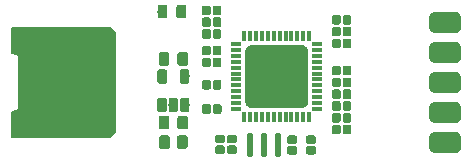
<source format=gts>
G04 #@! TF.GenerationSoftware,KiCad,Pcbnew,5.0.0-rc1-44a33f2~62~ubuntu16.04.1*
G04 #@! TF.CreationDate,2018-03-27T11:26:02+02:00*
G04 #@! TF.ProjectId,ubmp_v1_pcbusb,75626D705F76315F7063627573622E6B,rev?*
G04 #@! TF.SameCoordinates,Original*
G04 #@! TF.FileFunction,Soldermask,Top*
G04 #@! TF.FilePolarity,Negative*
%FSLAX46Y46*%
G04 Gerber Fmt 4.6, Leading zero omitted, Abs format (unit mm)*
G04 Created by KiCad (PCBNEW 5.0.0-rc1-44a33f2~62~ubuntu16.04.1) date Tue Mar 27 11:26:02 2018*
%MOMM*%
%LPD*%
G01*
G04 APERTURE LIST*
%ADD10C,0.150000*%
%ADD11O,0.410000X0.960000*%
%ADD12O,0.960000X0.410000*%
%ADD13C,0.100000*%
%ADD14C,5.310000*%
%ADD15C,0.735000*%
%ADD16C,0.910000*%
%ADD17C,0.810000*%
%ADD18C,0.830000*%
%ADD19O,0.560000X2.060000*%
%ADD20C,1.760000*%
G04 APERTURE END LIST*
D10*
G36*
X80600000Y-110600000D02*
X80600000Y-108500000D01*
X81200000Y-108300000D01*
X81200000Y-103700000D01*
X80600000Y-103500000D01*
X80600000Y-101400000D01*
X88900000Y-101400000D01*
X89300000Y-101800000D01*
X89300000Y-110200000D01*
X88900000Y-110600000D01*
X80600000Y-110600000D01*
G37*
X80600000Y-110600000D02*
X80600000Y-108500000D01*
X81200000Y-108300000D01*
X81200000Y-103700000D01*
X80600000Y-103500000D01*
X80600000Y-101400000D01*
X88900000Y-101400000D01*
X89300000Y-101800000D01*
X89300000Y-110200000D01*
X88900000Y-110600000D01*
X80600000Y-110600000D01*
D11*
X100250000Y-108950000D03*
X100750000Y-108950000D03*
X101250000Y-108950000D03*
X101750000Y-108950000D03*
X102250000Y-108950000D03*
X102750000Y-108950000D03*
X103250000Y-108950000D03*
X103750000Y-108950000D03*
X104250000Y-108950000D03*
X104750000Y-108950000D03*
X105250000Y-108950000D03*
X105750000Y-108950000D03*
D12*
X106450000Y-108250000D03*
X106450000Y-107750000D03*
X106450000Y-107250000D03*
X106450000Y-106750000D03*
X106450000Y-106250000D03*
X106450000Y-105750000D03*
X106450000Y-105250000D03*
X106450000Y-104750000D03*
X106450000Y-104250000D03*
X106450000Y-103750000D03*
X106450000Y-103250000D03*
X106450000Y-102750000D03*
D11*
X105750000Y-102050000D03*
X105250000Y-102050000D03*
X104750000Y-102050000D03*
X104250000Y-102050000D03*
X103750000Y-102050000D03*
X103250000Y-102050000D03*
X102750000Y-102050000D03*
X102250000Y-102050000D03*
X101750000Y-102050000D03*
X101250000Y-102050000D03*
X100750000Y-102050000D03*
X100250000Y-102050000D03*
D12*
X99550000Y-102750000D03*
X99550000Y-103250000D03*
X99550000Y-103750000D03*
X99550000Y-104250000D03*
X99550000Y-104750000D03*
X99550000Y-105250000D03*
X99550000Y-105750000D03*
X99550000Y-106250000D03*
X99550000Y-106750000D03*
X99550000Y-107250000D03*
X99550000Y-107750000D03*
X99550000Y-108250000D03*
D13*
G36*
X105176047Y-102847557D02*
X105227593Y-102855203D01*
X105278141Y-102867865D01*
X105327205Y-102885420D01*
X105374312Y-102907700D01*
X105419008Y-102934490D01*
X105460863Y-102965531D01*
X105499474Y-103000526D01*
X105534469Y-103039137D01*
X105565510Y-103080992D01*
X105592300Y-103125688D01*
X105614580Y-103172795D01*
X105632135Y-103221859D01*
X105644797Y-103272407D01*
X105652443Y-103323953D01*
X105655000Y-103376000D01*
X105655000Y-107624000D01*
X105652443Y-107676047D01*
X105644797Y-107727593D01*
X105632135Y-107778141D01*
X105614580Y-107827205D01*
X105592300Y-107874312D01*
X105565510Y-107919008D01*
X105534469Y-107960863D01*
X105499474Y-107999474D01*
X105460863Y-108034469D01*
X105419008Y-108065510D01*
X105374312Y-108092300D01*
X105327205Y-108114580D01*
X105278141Y-108132135D01*
X105227593Y-108144797D01*
X105176047Y-108152443D01*
X105124000Y-108155000D01*
X100876000Y-108155000D01*
X100823953Y-108152443D01*
X100772407Y-108144797D01*
X100721859Y-108132135D01*
X100672795Y-108114580D01*
X100625688Y-108092300D01*
X100580992Y-108065510D01*
X100539137Y-108034469D01*
X100500526Y-107999474D01*
X100465531Y-107960863D01*
X100434490Y-107919008D01*
X100407700Y-107874312D01*
X100385420Y-107827205D01*
X100367865Y-107778141D01*
X100355203Y-107727593D01*
X100347557Y-107676047D01*
X100345000Y-107624000D01*
X100345000Y-103376000D01*
X100347557Y-103323953D01*
X100355203Y-103272407D01*
X100367865Y-103221859D01*
X100385420Y-103172795D01*
X100407700Y-103125688D01*
X100434490Y-103080992D01*
X100465531Y-103039137D01*
X100500526Y-103000526D01*
X100539137Y-102965531D01*
X100580992Y-102934490D01*
X100625688Y-102907700D01*
X100672795Y-102885420D01*
X100721859Y-102867865D01*
X100772407Y-102855203D01*
X100823953Y-102847557D01*
X100876000Y-102845000D01*
X105124000Y-102845000D01*
X105176047Y-102847557D01*
X105176047Y-102847557D01*
G37*
D14*
X103000000Y-105500000D03*
D13*
G36*
X104539261Y-110483385D02*
X104557098Y-110486031D01*
X104574590Y-110490412D01*
X104591568Y-110496487D01*
X104607869Y-110504197D01*
X104623336Y-110513467D01*
X104637820Y-110524209D01*
X104651181Y-110536319D01*
X104663291Y-110549680D01*
X104674033Y-110564164D01*
X104683303Y-110579631D01*
X104691013Y-110595932D01*
X104697088Y-110612910D01*
X104701469Y-110630402D01*
X104704115Y-110648239D01*
X104705000Y-110666250D01*
X104705000Y-111033750D01*
X104704115Y-111051761D01*
X104701469Y-111069598D01*
X104697088Y-111087090D01*
X104691013Y-111104068D01*
X104683303Y-111120369D01*
X104674033Y-111135836D01*
X104663291Y-111150320D01*
X104651181Y-111163681D01*
X104637820Y-111175791D01*
X104623336Y-111186533D01*
X104607869Y-111195803D01*
X104591568Y-111203513D01*
X104574590Y-111209588D01*
X104557098Y-111213969D01*
X104539261Y-111216615D01*
X104521250Y-111217500D01*
X104078750Y-111217500D01*
X104060739Y-111216615D01*
X104042902Y-111213969D01*
X104025410Y-111209588D01*
X104008432Y-111203513D01*
X103992131Y-111195803D01*
X103976664Y-111186533D01*
X103962180Y-111175791D01*
X103948819Y-111163681D01*
X103936709Y-111150320D01*
X103925967Y-111135836D01*
X103916697Y-111120369D01*
X103908987Y-111104068D01*
X103902912Y-111087090D01*
X103898531Y-111069598D01*
X103895885Y-111051761D01*
X103895000Y-111033750D01*
X103895000Y-110666250D01*
X103895885Y-110648239D01*
X103898531Y-110630402D01*
X103902912Y-110612910D01*
X103908987Y-110595932D01*
X103916697Y-110579631D01*
X103925967Y-110564164D01*
X103936709Y-110549680D01*
X103948819Y-110536319D01*
X103962180Y-110524209D01*
X103976664Y-110513467D01*
X103992131Y-110504197D01*
X104008432Y-110496487D01*
X104025410Y-110490412D01*
X104042902Y-110486031D01*
X104060739Y-110483385D01*
X104078750Y-110482500D01*
X104521250Y-110482500D01*
X104539261Y-110483385D01*
X104539261Y-110483385D01*
G37*
D15*
X104300000Y-110850000D03*
D13*
G36*
X104539261Y-111383385D02*
X104557098Y-111386031D01*
X104574590Y-111390412D01*
X104591568Y-111396487D01*
X104607869Y-111404197D01*
X104623336Y-111413467D01*
X104637820Y-111424209D01*
X104651181Y-111436319D01*
X104663291Y-111449680D01*
X104674033Y-111464164D01*
X104683303Y-111479631D01*
X104691013Y-111495932D01*
X104697088Y-111512910D01*
X104701469Y-111530402D01*
X104704115Y-111548239D01*
X104705000Y-111566250D01*
X104705000Y-111933750D01*
X104704115Y-111951761D01*
X104701469Y-111969598D01*
X104697088Y-111987090D01*
X104691013Y-112004068D01*
X104683303Y-112020369D01*
X104674033Y-112035836D01*
X104663291Y-112050320D01*
X104651181Y-112063681D01*
X104637820Y-112075791D01*
X104623336Y-112086533D01*
X104607869Y-112095803D01*
X104591568Y-112103513D01*
X104574590Y-112109588D01*
X104557098Y-112113969D01*
X104539261Y-112116615D01*
X104521250Y-112117500D01*
X104078750Y-112117500D01*
X104060739Y-112116615D01*
X104042902Y-112113969D01*
X104025410Y-112109588D01*
X104008432Y-112103513D01*
X103992131Y-112095803D01*
X103976664Y-112086533D01*
X103962180Y-112075791D01*
X103948819Y-112063681D01*
X103936709Y-112050320D01*
X103925967Y-112035836D01*
X103916697Y-112020369D01*
X103908987Y-112004068D01*
X103902912Y-111987090D01*
X103898531Y-111969598D01*
X103895885Y-111951761D01*
X103895000Y-111933750D01*
X103895000Y-111566250D01*
X103895885Y-111548239D01*
X103898531Y-111530402D01*
X103902912Y-111512910D01*
X103908987Y-111495932D01*
X103916697Y-111479631D01*
X103925967Y-111464164D01*
X103936709Y-111449680D01*
X103948819Y-111436319D01*
X103962180Y-111424209D01*
X103976664Y-111413467D01*
X103992131Y-111404197D01*
X104008432Y-111396487D01*
X104025410Y-111390412D01*
X104042902Y-111386031D01*
X104060739Y-111383385D01*
X104078750Y-111382500D01*
X104521250Y-111382500D01*
X104539261Y-111383385D01*
X104539261Y-111383385D01*
G37*
D15*
X104300000Y-111750000D03*
D13*
G36*
X99439261Y-111333385D02*
X99457098Y-111336031D01*
X99474590Y-111340412D01*
X99491568Y-111346487D01*
X99507869Y-111354197D01*
X99523336Y-111363467D01*
X99537820Y-111374209D01*
X99551181Y-111386319D01*
X99563291Y-111399680D01*
X99574033Y-111414164D01*
X99583303Y-111429631D01*
X99591013Y-111445932D01*
X99597088Y-111462910D01*
X99601469Y-111480402D01*
X99604115Y-111498239D01*
X99605000Y-111516250D01*
X99605000Y-111883750D01*
X99604115Y-111901761D01*
X99601469Y-111919598D01*
X99597088Y-111937090D01*
X99591013Y-111954068D01*
X99583303Y-111970369D01*
X99574033Y-111985836D01*
X99563291Y-112000320D01*
X99551181Y-112013681D01*
X99537820Y-112025791D01*
X99523336Y-112036533D01*
X99507869Y-112045803D01*
X99491568Y-112053513D01*
X99474590Y-112059588D01*
X99457098Y-112063969D01*
X99439261Y-112066615D01*
X99421250Y-112067500D01*
X98978750Y-112067500D01*
X98960739Y-112066615D01*
X98942902Y-112063969D01*
X98925410Y-112059588D01*
X98908432Y-112053513D01*
X98892131Y-112045803D01*
X98876664Y-112036533D01*
X98862180Y-112025791D01*
X98848819Y-112013681D01*
X98836709Y-112000320D01*
X98825967Y-111985836D01*
X98816697Y-111970369D01*
X98808987Y-111954068D01*
X98802912Y-111937090D01*
X98798531Y-111919598D01*
X98795885Y-111901761D01*
X98795000Y-111883750D01*
X98795000Y-111516250D01*
X98795885Y-111498239D01*
X98798531Y-111480402D01*
X98802912Y-111462910D01*
X98808987Y-111445932D01*
X98816697Y-111429631D01*
X98825967Y-111414164D01*
X98836709Y-111399680D01*
X98848819Y-111386319D01*
X98862180Y-111374209D01*
X98876664Y-111363467D01*
X98892131Y-111354197D01*
X98908432Y-111346487D01*
X98925410Y-111340412D01*
X98942902Y-111336031D01*
X98960739Y-111333385D01*
X98978750Y-111332500D01*
X99421250Y-111332500D01*
X99439261Y-111333385D01*
X99439261Y-111333385D01*
G37*
D15*
X99200000Y-111700000D03*
D13*
G36*
X99439261Y-110433385D02*
X99457098Y-110436031D01*
X99474590Y-110440412D01*
X99491568Y-110446487D01*
X99507869Y-110454197D01*
X99523336Y-110463467D01*
X99537820Y-110474209D01*
X99551181Y-110486319D01*
X99563291Y-110499680D01*
X99574033Y-110514164D01*
X99583303Y-110529631D01*
X99591013Y-110545932D01*
X99597088Y-110562910D01*
X99601469Y-110580402D01*
X99604115Y-110598239D01*
X99605000Y-110616250D01*
X99605000Y-110983750D01*
X99604115Y-111001761D01*
X99601469Y-111019598D01*
X99597088Y-111037090D01*
X99591013Y-111054068D01*
X99583303Y-111070369D01*
X99574033Y-111085836D01*
X99563291Y-111100320D01*
X99551181Y-111113681D01*
X99537820Y-111125791D01*
X99523336Y-111136533D01*
X99507869Y-111145803D01*
X99491568Y-111153513D01*
X99474590Y-111159588D01*
X99457098Y-111163969D01*
X99439261Y-111166615D01*
X99421250Y-111167500D01*
X98978750Y-111167500D01*
X98960739Y-111166615D01*
X98942902Y-111163969D01*
X98925410Y-111159588D01*
X98908432Y-111153513D01*
X98892131Y-111145803D01*
X98876664Y-111136533D01*
X98862180Y-111125791D01*
X98848819Y-111113681D01*
X98836709Y-111100320D01*
X98825967Y-111085836D01*
X98816697Y-111070369D01*
X98808987Y-111054068D01*
X98802912Y-111037090D01*
X98798531Y-111019598D01*
X98795885Y-111001761D01*
X98795000Y-110983750D01*
X98795000Y-110616250D01*
X98795885Y-110598239D01*
X98798531Y-110580402D01*
X98802912Y-110562910D01*
X98808987Y-110545932D01*
X98816697Y-110529631D01*
X98825967Y-110514164D01*
X98836709Y-110499680D01*
X98848819Y-110486319D01*
X98862180Y-110474209D01*
X98876664Y-110463467D01*
X98892131Y-110454197D01*
X98908432Y-110446487D01*
X98925410Y-110440412D01*
X98942902Y-110436031D01*
X98960739Y-110433385D01*
X98978750Y-110432500D01*
X99421250Y-110432500D01*
X99439261Y-110433385D01*
X99439261Y-110433385D01*
G37*
D15*
X99200000Y-110800000D03*
D13*
G36*
X93749799Y-110471095D02*
X93771883Y-110474371D01*
X93793540Y-110479796D01*
X93814560Y-110487317D01*
X93834743Y-110496863D01*
X93853892Y-110508341D01*
X93871824Y-110521640D01*
X93888367Y-110536633D01*
X93903360Y-110553176D01*
X93916659Y-110571108D01*
X93928137Y-110590257D01*
X93937683Y-110610440D01*
X93945204Y-110631460D01*
X93950629Y-110653117D01*
X93953905Y-110675201D01*
X93955000Y-110697500D01*
X93955000Y-111402500D01*
X93953905Y-111424799D01*
X93950629Y-111446883D01*
X93945204Y-111468540D01*
X93937683Y-111489560D01*
X93928137Y-111509743D01*
X93916659Y-111528892D01*
X93903360Y-111546824D01*
X93888367Y-111563367D01*
X93871824Y-111578360D01*
X93853892Y-111591659D01*
X93834743Y-111603137D01*
X93814560Y-111612683D01*
X93793540Y-111620204D01*
X93771883Y-111625629D01*
X93749799Y-111628905D01*
X93727500Y-111630000D01*
X93272500Y-111630000D01*
X93250201Y-111628905D01*
X93228117Y-111625629D01*
X93206460Y-111620204D01*
X93185440Y-111612683D01*
X93165257Y-111603137D01*
X93146108Y-111591659D01*
X93128176Y-111578360D01*
X93111633Y-111563367D01*
X93096640Y-111546824D01*
X93083341Y-111528892D01*
X93071863Y-111509743D01*
X93062317Y-111489560D01*
X93054796Y-111468540D01*
X93049371Y-111446883D01*
X93046095Y-111424799D01*
X93045000Y-111402500D01*
X93045000Y-110697500D01*
X93046095Y-110675201D01*
X93049371Y-110653117D01*
X93054796Y-110631460D01*
X93062317Y-110610440D01*
X93071863Y-110590257D01*
X93083341Y-110571108D01*
X93096640Y-110553176D01*
X93111633Y-110536633D01*
X93128176Y-110521640D01*
X93146108Y-110508341D01*
X93165257Y-110496863D01*
X93185440Y-110487317D01*
X93206460Y-110479796D01*
X93228117Y-110474371D01*
X93250201Y-110471095D01*
X93272500Y-110470000D01*
X93727500Y-110470000D01*
X93749799Y-110471095D01*
X93749799Y-110471095D01*
G37*
D16*
X93500000Y-111050000D03*
D13*
G36*
X95249799Y-110471095D02*
X95271883Y-110474371D01*
X95293540Y-110479796D01*
X95314560Y-110487317D01*
X95334743Y-110496863D01*
X95353892Y-110508341D01*
X95371824Y-110521640D01*
X95388367Y-110536633D01*
X95403360Y-110553176D01*
X95416659Y-110571108D01*
X95428137Y-110590257D01*
X95437683Y-110610440D01*
X95445204Y-110631460D01*
X95450629Y-110653117D01*
X95453905Y-110675201D01*
X95455000Y-110697500D01*
X95455000Y-111402500D01*
X95453905Y-111424799D01*
X95450629Y-111446883D01*
X95445204Y-111468540D01*
X95437683Y-111489560D01*
X95428137Y-111509743D01*
X95416659Y-111528892D01*
X95403360Y-111546824D01*
X95388367Y-111563367D01*
X95371824Y-111578360D01*
X95353892Y-111591659D01*
X95334743Y-111603137D01*
X95314560Y-111612683D01*
X95293540Y-111620204D01*
X95271883Y-111625629D01*
X95249799Y-111628905D01*
X95227500Y-111630000D01*
X94772500Y-111630000D01*
X94750201Y-111628905D01*
X94728117Y-111625629D01*
X94706460Y-111620204D01*
X94685440Y-111612683D01*
X94665257Y-111603137D01*
X94646108Y-111591659D01*
X94628176Y-111578360D01*
X94611633Y-111563367D01*
X94596640Y-111546824D01*
X94583341Y-111528892D01*
X94571863Y-111509743D01*
X94562317Y-111489560D01*
X94554796Y-111468540D01*
X94549371Y-111446883D01*
X94546095Y-111424799D01*
X94545000Y-111402500D01*
X94545000Y-110697500D01*
X94546095Y-110675201D01*
X94549371Y-110653117D01*
X94554796Y-110631460D01*
X94562317Y-110610440D01*
X94571863Y-110590257D01*
X94583341Y-110571108D01*
X94596640Y-110553176D01*
X94611633Y-110536633D01*
X94628176Y-110521640D01*
X94646108Y-110508341D01*
X94665257Y-110496863D01*
X94685440Y-110487317D01*
X94706460Y-110479796D01*
X94728117Y-110474371D01*
X94750201Y-110471095D01*
X94772500Y-110470000D01*
X95227500Y-110470000D01*
X95249799Y-110471095D01*
X95249799Y-110471095D01*
G37*
D16*
X95000000Y-111050000D03*
D13*
G36*
X93522348Y-104890975D02*
X93542006Y-104893891D01*
X93561283Y-104898720D01*
X93579993Y-104905414D01*
X93597958Y-104913911D01*
X93615003Y-104924127D01*
X93630965Y-104935965D01*
X93645689Y-104949311D01*
X93659035Y-104964035D01*
X93670873Y-104979997D01*
X93681089Y-104997042D01*
X93689586Y-105015007D01*
X93696280Y-105033717D01*
X93701109Y-105052994D01*
X93704025Y-105072652D01*
X93705000Y-105092500D01*
X93705000Y-105907500D01*
X93704025Y-105927348D01*
X93701109Y-105947006D01*
X93696280Y-105966283D01*
X93689586Y-105984993D01*
X93681089Y-106002958D01*
X93670873Y-106020003D01*
X93659035Y-106035965D01*
X93645689Y-106050689D01*
X93630965Y-106064035D01*
X93615003Y-106075873D01*
X93597958Y-106086089D01*
X93579993Y-106094586D01*
X93561283Y-106101280D01*
X93542006Y-106106109D01*
X93522348Y-106109025D01*
X93502500Y-106110000D01*
X93097500Y-106110000D01*
X93077652Y-106109025D01*
X93057994Y-106106109D01*
X93038717Y-106101280D01*
X93020007Y-106094586D01*
X93002042Y-106086089D01*
X92984997Y-106075873D01*
X92969035Y-106064035D01*
X92954311Y-106050689D01*
X92940965Y-106035965D01*
X92929127Y-106020003D01*
X92918911Y-106002958D01*
X92910414Y-105984993D01*
X92903720Y-105966283D01*
X92898891Y-105947006D01*
X92895975Y-105927348D01*
X92895000Y-105907500D01*
X92895000Y-105092500D01*
X92895975Y-105072652D01*
X92898891Y-105052994D01*
X92903720Y-105033717D01*
X92910414Y-105015007D01*
X92918911Y-104997042D01*
X92929127Y-104979997D01*
X92940965Y-104964035D01*
X92954311Y-104949311D01*
X92969035Y-104935965D01*
X92984997Y-104924127D01*
X93002042Y-104913911D01*
X93020007Y-104905414D01*
X93038717Y-104898720D01*
X93057994Y-104893891D01*
X93077652Y-104890975D01*
X93097500Y-104890000D01*
X93502500Y-104890000D01*
X93522348Y-104890975D01*
X93522348Y-104890975D01*
G37*
D17*
X93300000Y-105500000D03*
D13*
G36*
X95422348Y-104890975D02*
X95442006Y-104893891D01*
X95461283Y-104898720D01*
X95479993Y-104905414D01*
X95497958Y-104913911D01*
X95515003Y-104924127D01*
X95530965Y-104935965D01*
X95545689Y-104949311D01*
X95559035Y-104964035D01*
X95570873Y-104979997D01*
X95581089Y-104997042D01*
X95589586Y-105015007D01*
X95596280Y-105033717D01*
X95601109Y-105052994D01*
X95604025Y-105072652D01*
X95605000Y-105092500D01*
X95605000Y-105907500D01*
X95604025Y-105927348D01*
X95601109Y-105947006D01*
X95596280Y-105966283D01*
X95589586Y-105984993D01*
X95581089Y-106002958D01*
X95570873Y-106020003D01*
X95559035Y-106035965D01*
X95545689Y-106050689D01*
X95530965Y-106064035D01*
X95515003Y-106075873D01*
X95497958Y-106086089D01*
X95479993Y-106094586D01*
X95461283Y-106101280D01*
X95442006Y-106106109D01*
X95422348Y-106109025D01*
X95402500Y-106110000D01*
X94997500Y-106110000D01*
X94977652Y-106109025D01*
X94957994Y-106106109D01*
X94938717Y-106101280D01*
X94920007Y-106094586D01*
X94902042Y-106086089D01*
X94884997Y-106075873D01*
X94869035Y-106064035D01*
X94854311Y-106050689D01*
X94840965Y-106035965D01*
X94829127Y-106020003D01*
X94818911Y-106002958D01*
X94810414Y-105984993D01*
X94803720Y-105966283D01*
X94798891Y-105947006D01*
X94795975Y-105927348D01*
X94795000Y-105907500D01*
X94795000Y-105092500D01*
X94795975Y-105072652D01*
X94798891Y-105052994D01*
X94803720Y-105033717D01*
X94810414Y-105015007D01*
X94818911Y-104997042D01*
X94829127Y-104979997D01*
X94840965Y-104964035D01*
X94854311Y-104949311D01*
X94869035Y-104935965D01*
X94884997Y-104924127D01*
X94902042Y-104913911D01*
X94920007Y-104905414D01*
X94938717Y-104898720D01*
X94957994Y-104893891D01*
X94977652Y-104890975D01*
X94997500Y-104890000D01*
X95402500Y-104890000D01*
X95422348Y-104890975D01*
X95422348Y-104890975D01*
G37*
D17*
X95200000Y-105500000D03*
D13*
G36*
X95422348Y-107290975D02*
X95442006Y-107293891D01*
X95461283Y-107298720D01*
X95479993Y-107305414D01*
X95497958Y-107313911D01*
X95515003Y-107324127D01*
X95530965Y-107335965D01*
X95545689Y-107349311D01*
X95559035Y-107364035D01*
X95570873Y-107379997D01*
X95581089Y-107397042D01*
X95589586Y-107415007D01*
X95596280Y-107433717D01*
X95601109Y-107452994D01*
X95604025Y-107472652D01*
X95605000Y-107492500D01*
X95605000Y-108307500D01*
X95604025Y-108327348D01*
X95601109Y-108347006D01*
X95596280Y-108366283D01*
X95589586Y-108384993D01*
X95581089Y-108402958D01*
X95570873Y-108420003D01*
X95559035Y-108435965D01*
X95545689Y-108450689D01*
X95530965Y-108464035D01*
X95515003Y-108475873D01*
X95497958Y-108486089D01*
X95479993Y-108494586D01*
X95461283Y-108501280D01*
X95442006Y-108506109D01*
X95422348Y-108509025D01*
X95402500Y-108510000D01*
X94997500Y-108510000D01*
X94977652Y-108509025D01*
X94957994Y-108506109D01*
X94938717Y-108501280D01*
X94920007Y-108494586D01*
X94902042Y-108486089D01*
X94884997Y-108475873D01*
X94869035Y-108464035D01*
X94854311Y-108450689D01*
X94840965Y-108435965D01*
X94829127Y-108420003D01*
X94818911Y-108402958D01*
X94810414Y-108384993D01*
X94803720Y-108366283D01*
X94798891Y-108347006D01*
X94795975Y-108327348D01*
X94795000Y-108307500D01*
X94795000Y-107492500D01*
X94795975Y-107472652D01*
X94798891Y-107452994D01*
X94803720Y-107433717D01*
X94810414Y-107415007D01*
X94818911Y-107397042D01*
X94829127Y-107379997D01*
X94840965Y-107364035D01*
X94854311Y-107349311D01*
X94869035Y-107335965D01*
X94884997Y-107324127D01*
X94902042Y-107313911D01*
X94920007Y-107305414D01*
X94938717Y-107298720D01*
X94957994Y-107293891D01*
X94977652Y-107290975D01*
X94997500Y-107290000D01*
X95402500Y-107290000D01*
X95422348Y-107290975D01*
X95422348Y-107290975D01*
G37*
D17*
X95200000Y-107900000D03*
D13*
G36*
X94472348Y-107290975D02*
X94492006Y-107293891D01*
X94511283Y-107298720D01*
X94529993Y-107305414D01*
X94547958Y-107313911D01*
X94565003Y-107324127D01*
X94580965Y-107335965D01*
X94595689Y-107349311D01*
X94609035Y-107364035D01*
X94620873Y-107379997D01*
X94631089Y-107397042D01*
X94639586Y-107415007D01*
X94646280Y-107433717D01*
X94651109Y-107452994D01*
X94654025Y-107472652D01*
X94655000Y-107492500D01*
X94655000Y-108307500D01*
X94654025Y-108327348D01*
X94651109Y-108347006D01*
X94646280Y-108366283D01*
X94639586Y-108384993D01*
X94631089Y-108402958D01*
X94620873Y-108420003D01*
X94609035Y-108435965D01*
X94595689Y-108450689D01*
X94580965Y-108464035D01*
X94565003Y-108475873D01*
X94547958Y-108486089D01*
X94529993Y-108494586D01*
X94511283Y-108501280D01*
X94492006Y-108506109D01*
X94472348Y-108509025D01*
X94452500Y-108510000D01*
X94047500Y-108510000D01*
X94027652Y-108509025D01*
X94007994Y-108506109D01*
X93988717Y-108501280D01*
X93970007Y-108494586D01*
X93952042Y-108486089D01*
X93934997Y-108475873D01*
X93919035Y-108464035D01*
X93904311Y-108450689D01*
X93890965Y-108435965D01*
X93879127Y-108420003D01*
X93868911Y-108402958D01*
X93860414Y-108384993D01*
X93853720Y-108366283D01*
X93848891Y-108347006D01*
X93845975Y-108327348D01*
X93845000Y-108307500D01*
X93845000Y-107492500D01*
X93845975Y-107472652D01*
X93848891Y-107452994D01*
X93853720Y-107433717D01*
X93860414Y-107415007D01*
X93868911Y-107397042D01*
X93879127Y-107379997D01*
X93890965Y-107364035D01*
X93904311Y-107349311D01*
X93919035Y-107335965D01*
X93934997Y-107324127D01*
X93952042Y-107313911D01*
X93970007Y-107305414D01*
X93988717Y-107298720D01*
X94007994Y-107293891D01*
X94027652Y-107290975D01*
X94047500Y-107290000D01*
X94452500Y-107290000D01*
X94472348Y-107290975D01*
X94472348Y-107290975D01*
G37*
D17*
X94250000Y-107900000D03*
D13*
G36*
X93522348Y-107290975D02*
X93542006Y-107293891D01*
X93561283Y-107298720D01*
X93579993Y-107305414D01*
X93597958Y-107313911D01*
X93615003Y-107324127D01*
X93630965Y-107335965D01*
X93645689Y-107349311D01*
X93659035Y-107364035D01*
X93670873Y-107379997D01*
X93681089Y-107397042D01*
X93689586Y-107415007D01*
X93696280Y-107433717D01*
X93701109Y-107452994D01*
X93704025Y-107472652D01*
X93705000Y-107492500D01*
X93705000Y-108307500D01*
X93704025Y-108327348D01*
X93701109Y-108347006D01*
X93696280Y-108366283D01*
X93689586Y-108384993D01*
X93681089Y-108402958D01*
X93670873Y-108420003D01*
X93659035Y-108435965D01*
X93645689Y-108450689D01*
X93630965Y-108464035D01*
X93615003Y-108475873D01*
X93597958Y-108486089D01*
X93579993Y-108494586D01*
X93561283Y-108501280D01*
X93542006Y-108506109D01*
X93522348Y-108509025D01*
X93502500Y-108510000D01*
X93097500Y-108510000D01*
X93077652Y-108509025D01*
X93057994Y-108506109D01*
X93038717Y-108501280D01*
X93020007Y-108494586D01*
X93002042Y-108486089D01*
X92984997Y-108475873D01*
X92969035Y-108464035D01*
X92954311Y-108450689D01*
X92940965Y-108435965D01*
X92929127Y-108420003D01*
X92918911Y-108402958D01*
X92910414Y-108384993D01*
X92903720Y-108366283D01*
X92898891Y-108347006D01*
X92895975Y-108327348D01*
X92895000Y-108307500D01*
X92895000Y-107492500D01*
X92895975Y-107472652D01*
X92898891Y-107452994D01*
X92903720Y-107433717D01*
X92910414Y-107415007D01*
X92918911Y-107397042D01*
X92929127Y-107379997D01*
X92940965Y-107364035D01*
X92954311Y-107349311D01*
X92969035Y-107335965D01*
X92984997Y-107324127D01*
X93002042Y-107313911D01*
X93020007Y-107305414D01*
X93038717Y-107298720D01*
X93057994Y-107293891D01*
X93077652Y-107290975D01*
X93097500Y-107290000D01*
X93502500Y-107290000D01*
X93522348Y-107290975D01*
X93522348Y-107290975D01*
G37*
D17*
X93300000Y-107900000D03*
D13*
G36*
X98439261Y-111333385D02*
X98457098Y-111336031D01*
X98474590Y-111340412D01*
X98491568Y-111346487D01*
X98507869Y-111354197D01*
X98523336Y-111363467D01*
X98537820Y-111374209D01*
X98551181Y-111386319D01*
X98563291Y-111399680D01*
X98574033Y-111414164D01*
X98583303Y-111429631D01*
X98591013Y-111445932D01*
X98597088Y-111462910D01*
X98601469Y-111480402D01*
X98604115Y-111498239D01*
X98605000Y-111516250D01*
X98605000Y-111883750D01*
X98604115Y-111901761D01*
X98601469Y-111919598D01*
X98597088Y-111937090D01*
X98591013Y-111954068D01*
X98583303Y-111970369D01*
X98574033Y-111985836D01*
X98563291Y-112000320D01*
X98551181Y-112013681D01*
X98537820Y-112025791D01*
X98523336Y-112036533D01*
X98507869Y-112045803D01*
X98491568Y-112053513D01*
X98474590Y-112059588D01*
X98457098Y-112063969D01*
X98439261Y-112066615D01*
X98421250Y-112067500D01*
X97978750Y-112067500D01*
X97960739Y-112066615D01*
X97942902Y-112063969D01*
X97925410Y-112059588D01*
X97908432Y-112053513D01*
X97892131Y-112045803D01*
X97876664Y-112036533D01*
X97862180Y-112025791D01*
X97848819Y-112013681D01*
X97836709Y-112000320D01*
X97825967Y-111985836D01*
X97816697Y-111970369D01*
X97808987Y-111954068D01*
X97802912Y-111937090D01*
X97798531Y-111919598D01*
X97795885Y-111901761D01*
X97795000Y-111883750D01*
X97795000Y-111516250D01*
X97795885Y-111498239D01*
X97798531Y-111480402D01*
X97802912Y-111462910D01*
X97808987Y-111445932D01*
X97816697Y-111429631D01*
X97825967Y-111414164D01*
X97836709Y-111399680D01*
X97848819Y-111386319D01*
X97862180Y-111374209D01*
X97876664Y-111363467D01*
X97892131Y-111354197D01*
X97908432Y-111346487D01*
X97925410Y-111340412D01*
X97942902Y-111336031D01*
X97960739Y-111333385D01*
X97978750Y-111332500D01*
X98421250Y-111332500D01*
X98439261Y-111333385D01*
X98439261Y-111333385D01*
G37*
D15*
X98200000Y-111700000D03*
D13*
G36*
X98439261Y-110433385D02*
X98457098Y-110436031D01*
X98474590Y-110440412D01*
X98491568Y-110446487D01*
X98507869Y-110454197D01*
X98523336Y-110463467D01*
X98537820Y-110474209D01*
X98551181Y-110486319D01*
X98563291Y-110499680D01*
X98574033Y-110514164D01*
X98583303Y-110529631D01*
X98591013Y-110545932D01*
X98597088Y-110562910D01*
X98601469Y-110580402D01*
X98604115Y-110598239D01*
X98605000Y-110616250D01*
X98605000Y-110983750D01*
X98604115Y-111001761D01*
X98601469Y-111019598D01*
X98597088Y-111037090D01*
X98591013Y-111054068D01*
X98583303Y-111070369D01*
X98574033Y-111085836D01*
X98563291Y-111100320D01*
X98551181Y-111113681D01*
X98537820Y-111125791D01*
X98523336Y-111136533D01*
X98507869Y-111145803D01*
X98491568Y-111153513D01*
X98474590Y-111159588D01*
X98457098Y-111163969D01*
X98439261Y-111166615D01*
X98421250Y-111167500D01*
X97978750Y-111167500D01*
X97960739Y-111166615D01*
X97942902Y-111163969D01*
X97925410Y-111159588D01*
X97908432Y-111153513D01*
X97892131Y-111145803D01*
X97876664Y-111136533D01*
X97862180Y-111125791D01*
X97848819Y-111113681D01*
X97836709Y-111100320D01*
X97825967Y-111085836D01*
X97816697Y-111070369D01*
X97808987Y-111054068D01*
X97802912Y-111037090D01*
X97798531Y-111019598D01*
X97795885Y-111001761D01*
X97795000Y-110983750D01*
X97795000Y-110616250D01*
X97795885Y-110598239D01*
X97798531Y-110580402D01*
X97802912Y-110562910D01*
X97808987Y-110545932D01*
X97816697Y-110529631D01*
X97825967Y-110514164D01*
X97836709Y-110499680D01*
X97848819Y-110486319D01*
X97862180Y-110474209D01*
X97876664Y-110463467D01*
X97892131Y-110454197D01*
X97908432Y-110446487D01*
X97925410Y-110440412D01*
X97942902Y-110436031D01*
X97960739Y-110433385D01*
X97978750Y-110432500D01*
X98421250Y-110432500D01*
X98439261Y-110433385D01*
X98439261Y-110433385D01*
G37*
D15*
X98200000Y-110800000D03*
D13*
G36*
X97239261Y-99495885D02*
X97257098Y-99498531D01*
X97274590Y-99502912D01*
X97291568Y-99508987D01*
X97307869Y-99516697D01*
X97323336Y-99525967D01*
X97337820Y-99536709D01*
X97351181Y-99548819D01*
X97363291Y-99562180D01*
X97374033Y-99576664D01*
X97383303Y-99592131D01*
X97391013Y-99608432D01*
X97397088Y-99625410D01*
X97401469Y-99642902D01*
X97404115Y-99660739D01*
X97405000Y-99678750D01*
X97405000Y-100121250D01*
X97404115Y-100139261D01*
X97401469Y-100157098D01*
X97397088Y-100174590D01*
X97391013Y-100191568D01*
X97383303Y-100207869D01*
X97374033Y-100223336D01*
X97363291Y-100237820D01*
X97351181Y-100251181D01*
X97337820Y-100263291D01*
X97323336Y-100274033D01*
X97307869Y-100283303D01*
X97291568Y-100291013D01*
X97274590Y-100297088D01*
X97257098Y-100301469D01*
X97239261Y-100304115D01*
X97221250Y-100305000D01*
X96853750Y-100305000D01*
X96835739Y-100304115D01*
X96817902Y-100301469D01*
X96800410Y-100297088D01*
X96783432Y-100291013D01*
X96767131Y-100283303D01*
X96751664Y-100274033D01*
X96737180Y-100263291D01*
X96723819Y-100251181D01*
X96711709Y-100237820D01*
X96700967Y-100223336D01*
X96691697Y-100207869D01*
X96683987Y-100191568D01*
X96677912Y-100174590D01*
X96673531Y-100157098D01*
X96670885Y-100139261D01*
X96670000Y-100121250D01*
X96670000Y-99678750D01*
X96670885Y-99660739D01*
X96673531Y-99642902D01*
X96677912Y-99625410D01*
X96683987Y-99608432D01*
X96691697Y-99592131D01*
X96700967Y-99576664D01*
X96711709Y-99562180D01*
X96723819Y-99548819D01*
X96737180Y-99536709D01*
X96751664Y-99525967D01*
X96767131Y-99516697D01*
X96783432Y-99508987D01*
X96800410Y-99502912D01*
X96817902Y-99498531D01*
X96835739Y-99495885D01*
X96853750Y-99495000D01*
X97221250Y-99495000D01*
X97239261Y-99495885D01*
X97239261Y-99495885D01*
G37*
D15*
X97037500Y-99900000D03*
D13*
G36*
X98139261Y-99495885D02*
X98157098Y-99498531D01*
X98174590Y-99502912D01*
X98191568Y-99508987D01*
X98207869Y-99516697D01*
X98223336Y-99525967D01*
X98237820Y-99536709D01*
X98251181Y-99548819D01*
X98263291Y-99562180D01*
X98274033Y-99576664D01*
X98283303Y-99592131D01*
X98291013Y-99608432D01*
X98297088Y-99625410D01*
X98301469Y-99642902D01*
X98304115Y-99660739D01*
X98305000Y-99678750D01*
X98305000Y-100121250D01*
X98304115Y-100139261D01*
X98301469Y-100157098D01*
X98297088Y-100174590D01*
X98291013Y-100191568D01*
X98283303Y-100207869D01*
X98274033Y-100223336D01*
X98263291Y-100237820D01*
X98251181Y-100251181D01*
X98237820Y-100263291D01*
X98223336Y-100274033D01*
X98207869Y-100283303D01*
X98191568Y-100291013D01*
X98174590Y-100297088D01*
X98157098Y-100301469D01*
X98139261Y-100304115D01*
X98121250Y-100305000D01*
X97753750Y-100305000D01*
X97735739Y-100304115D01*
X97717902Y-100301469D01*
X97700410Y-100297088D01*
X97683432Y-100291013D01*
X97667131Y-100283303D01*
X97651664Y-100274033D01*
X97637180Y-100263291D01*
X97623819Y-100251181D01*
X97611709Y-100237820D01*
X97600967Y-100223336D01*
X97591697Y-100207869D01*
X97583987Y-100191568D01*
X97577912Y-100174590D01*
X97573531Y-100157098D01*
X97570885Y-100139261D01*
X97570000Y-100121250D01*
X97570000Y-99678750D01*
X97570885Y-99660739D01*
X97573531Y-99642902D01*
X97577912Y-99625410D01*
X97583987Y-99608432D01*
X97591697Y-99592131D01*
X97600967Y-99576664D01*
X97611709Y-99562180D01*
X97623819Y-99548819D01*
X97637180Y-99536709D01*
X97651664Y-99525967D01*
X97667131Y-99516697D01*
X97683432Y-99508987D01*
X97700410Y-99502912D01*
X97717902Y-99498531D01*
X97735739Y-99495885D01*
X97753750Y-99495000D01*
X98121250Y-99495000D01*
X98139261Y-99495885D01*
X98139261Y-99495885D01*
G37*
D15*
X97937500Y-99900000D03*
D13*
G36*
X108251761Y-109595885D02*
X108269598Y-109598531D01*
X108287090Y-109602912D01*
X108304068Y-109608987D01*
X108320369Y-109616697D01*
X108335836Y-109625967D01*
X108350320Y-109636709D01*
X108363681Y-109648819D01*
X108375791Y-109662180D01*
X108386533Y-109676664D01*
X108395803Y-109692131D01*
X108403513Y-109708432D01*
X108409588Y-109725410D01*
X108413969Y-109742902D01*
X108416615Y-109760739D01*
X108417500Y-109778750D01*
X108417500Y-110221250D01*
X108416615Y-110239261D01*
X108413969Y-110257098D01*
X108409588Y-110274590D01*
X108403513Y-110291568D01*
X108395803Y-110307869D01*
X108386533Y-110323336D01*
X108375791Y-110337820D01*
X108363681Y-110351181D01*
X108350320Y-110363291D01*
X108335836Y-110374033D01*
X108320369Y-110383303D01*
X108304068Y-110391013D01*
X108287090Y-110397088D01*
X108269598Y-110401469D01*
X108251761Y-110404115D01*
X108233750Y-110405000D01*
X107866250Y-110405000D01*
X107848239Y-110404115D01*
X107830402Y-110401469D01*
X107812910Y-110397088D01*
X107795932Y-110391013D01*
X107779631Y-110383303D01*
X107764164Y-110374033D01*
X107749680Y-110363291D01*
X107736319Y-110351181D01*
X107724209Y-110337820D01*
X107713467Y-110323336D01*
X107704197Y-110307869D01*
X107696487Y-110291568D01*
X107690412Y-110274590D01*
X107686031Y-110257098D01*
X107683385Y-110239261D01*
X107682500Y-110221250D01*
X107682500Y-109778750D01*
X107683385Y-109760739D01*
X107686031Y-109742902D01*
X107690412Y-109725410D01*
X107696487Y-109708432D01*
X107704197Y-109692131D01*
X107713467Y-109676664D01*
X107724209Y-109662180D01*
X107736319Y-109648819D01*
X107749680Y-109636709D01*
X107764164Y-109625967D01*
X107779631Y-109616697D01*
X107795932Y-109608987D01*
X107812910Y-109602912D01*
X107830402Y-109598531D01*
X107848239Y-109595885D01*
X107866250Y-109595000D01*
X108233750Y-109595000D01*
X108251761Y-109595885D01*
X108251761Y-109595885D01*
G37*
D15*
X108050000Y-110000000D03*
D13*
G36*
X109151761Y-109595885D02*
X109169598Y-109598531D01*
X109187090Y-109602912D01*
X109204068Y-109608987D01*
X109220369Y-109616697D01*
X109235836Y-109625967D01*
X109250320Y-109636709D01*
X109263681Y-109648819D01*
X109275791Y-109662180D01*
X109286533Y-109676664D01*
X109295803Y-109692131D01*
X109303513Y-109708432D01*
X109309588Y-109725410D01*
X109313969Y-109742902D01*
X109316615Y-109760739D01*
X109317500Y-109778750D01*
X109317500Y-110221250D01*
X109316615Y-110239261D01*
X109313969Y-110257098D01*
X109309588Y-110274590D01*
X109303513Y-110291568D01*
X109295803Y-110307869D01*
X109286533Y-110323336D01*
X109275791Y-110337820D01*
X109263681Y-110351181D01*
X109250320Y-110363291D01*
X109235836Y-110374033D01*
X109220369Y-110383303D01*
X109204068Y-110391013D01*
X109187090Y-110397088D01*
X109169598Y-110401469D01*
X109151761Y-110404115D01*
X109133750Y-110405000D01*
X108766250Y-110405000D01*
X108748239Y-110404115D01*
X108730402Y-110401469D01*
X108712910Y-110397088D01*
X108695932Y-110391013D01*
X108679631Y-110383303D01*
X108664164Y-110374033D01*
X108649680Y-110363291D01*
X108636319Y-110351181D01*
X108624209Y-110337820D01*
X108613467Y-110323336D01*
X108604197Y-110307869D01*
X108596487Y-110291568D01*
X108590412Y-110274590D01*
X108586031Y-110257098D01*
X108583385Y-110239261D01*
X108582500Y-110221250D01*
X108582500Y-109778750D01*
X108583385Y-109760739D01*
X108586031Y-109742902D01*
X108590412Y-109725410D01*
X108596487Y-109708432D01*
X108604197Y-109692131D01*
X108613467Y-109676664D01*
X108624209Y-109662180D01*
X108636319Y-109648819D01*
X108649680Y-109636709D01*
X108664164Y-109625967D01*
X108679631Y-109616697D01*
X108695932Y-109608987D01*
X108712910Y-109602912D01*
X108730402Y-109598531D01*
X108748239Y-109595885D01*
X108766250Y-109595000D01*
X109133750Y-109595000D01*
X109151761Y-109595885D01*
X109151761Y-109595885D01*
G37*
D15*
X108950000Y-110000000D03*
D13*
G36*
X108251761Y-108595885D02*
X108269598Y-108598531D01*
X108287090Y-108602912D01*
X108304068Y-108608987D01*
X108320369Y-108616697D01*
X108335836Y-108625967D01*
X108350320Y-108636709D01*
X108363681Y-108648819D01*
X108375791Y-108662180D01*
X108386533Y-108676664D01*
X108395803Y-108692131D01*
X108403513Y-108708432D01*
X108409588Y-108725410D01*
X108413969Y-108742902D01*
X108416615Y-108760739D01*
X108417500Y-108778750D01*
X108417500Y-109221250D01*
X108416615Y-109239261D01*
X108413969Y-109257098D01*
X108409588Y-109274590D01*
X108403513Y-109291568D01*
X108395803Y-109307869D01*
X108386533Y-109323336D01*
X108375791Y-109337820D01*
X108363681Y-109351181D01*
X108350320Y-109363291D01*
X108335836Y-109374033D01*
X108320369Y-109383303D01*
X108304068Y-109391013D01*
X108287090Y-109397088D01*
X108269598Y-109401469D01*
X108251761Y-109404115D01*
X108233750Y-109405000D01*
X107866250Y-109405000D01*
X107848239Y-109404115D01*
X107830402Y-109401469D01*
X107812910Y-109397088D01*
X107795932Y-109391013D01*
X107779631Y-109383303D01*
X107764164Y-109374033D01*
X107749680Y-109363291D01*
X107736319Y-109351181D01*
X107724209Y-109337820D01*
X107713467Y-109323336D01*
X107704197Y-109307869D01*
X107696487Y-109291568D01*
X107690412Y-109274590D01*
X107686031Y-109257098D01*
X107683385Y-109239261D01*
X107682500Y-109221250D01*
X107682500Y-108778750D01*
X107683385Y-108760739D01*
X107686031Y-108742902D01*
X107690412Y-108725410D01*
X107696487Y-108708432D01*
X107704197Y-108692131D01*
X107713467Y-108676664D01*
X107724209Y-108662180D01*
X107736319Y-108648819D01*
X107749680Y-108636709D01*
X107764164Y-108625967D01*
X107779631Y-108616697D01*
X107795932Y-108608987D01*
X107812910Y-108602912D01*
X107830402Y-108598531D01*
X107848239Y-108595885D01*
X107866250Y-108595000D01*
X108233750Y-108595000D01*
X108251761Y-108595885D01*
X108251761Y-108595885D01*
G37*
D15*
X108050000Y-109000000D03*
D13*
G36*
X109151761Y-108595885D02*
X109169598Y-108598531D01*
X109187090Y-108602912D01*
X109204068Y-108608987D01*
X109220369Y-108616697D01*
X109235836Y-108625967D01*
X109250320Y-108636709D01*
X109263681Y-108648819D01*
X109275791Y-108662180D01*
X109286533Y-108676664D01*
X109295803Y-108692131D01*
X109303513Y-108708432D01*
X109309588Y-108725410D01*
X109313969Y-108742902D01*
X109316615Y-108760739D01*
X109317500Y-108778750D01*
X109317500Y-109221250D01*
X109316615Y-109239261D01*
X109313969Y-109257098D01*
X109309588Y-109274590D01*
X109303513Y-109291568D01*
X109295803Y-109307869D01*
X109286533Y-109323336D01*
X109275791Y-109337820D01*
X109263681Y-109351181D01*
X109250320Y-109363291D01*
X109235836Y-109374033D01*
X109220369Y-109383303D01*
X109204068Y-109391013D01*
X109187090Y-109397088D01*
X109169598Y-109401469D01*
X109151761Y-109404115D01*
X109133750Y-109405000D01*
X108766250Y-109405000D01*
X108748239Y-109404115D01*
X108730402Y-109401469D01*
X108712910Y-109397088D01*
X108695932Y-109391013D01*
X108679631Y-109383303D01*
X108664164Y-109374033D01*
X108649680Y-109363291D01*
X108636319Y-109351181D01*
X108624209Y-109337820D01*
X108613467Y-109323336D01*
X108604197Y-109307869D01*
X108596487Y-109291568D01*
X108590412Y-109274590D01*
X108586031Y-109257098D01*
X108583385Y-109239261D01*
X108582500Y-109221250D01*
X108582500Y-108778750D01*
X108583385Y-108760739D01*
X108586031Y-108742902D01*
X108590412Y-108725410D01*
X108596487Y-108708432D01*
X108604197Y-108692131D01*
X108613467Y-108676664D01*
X108624209Y-108662180D01*
X108636319Y-108648819D01*
X108649680Y-108636709D01*
X108664164Y-108625967D01*
X108679631Y-108616697D01*
X108695932Y-108608987D01*
X108712910Y-108602912D01*
X108730402Y-108598531D01*
X108748239Y-108595885D01*
X108766250Y-108595000D01*
X109133750Y-108595000D01*
X109151761Y-108595885D01*
X109151761Y-108595885D01*
G37*
D15*
X108950000Y-109000000D03*
D13*
G36*
X108251761Y-105595885D02*
X108269598Y-105598531D01*
X108287090Y-105602912D01*
X108304068Y-105608987D01*
X108320369Y-105616697D01*
X108335836Y-105625967D01*
X108350320Y-105636709D01*
X108363681Y-105648819D01*
X108375791Y-105662180D01*
X108386533Y-105676664D01*
X108395803Y-105692131D01*
X108403513Y-105708432D01*
X108409588Y-105725410D01*
X108413969Y-105742902D01*
X108416615Y-105760739D01*
X108417500Y-105778750D01*
X108417500Y-106221250D01*
X108416615Y-106239261D01*
X108413969Y-106257098D01*
X108409588Y-106274590D01*
X108403513Y-106291568D01*
X108395803Y-106307869D01*
X108386533Y-106323336D01*
X108375791Y-106337820D01*
X108363681Y-106351181D01*
X108350320Y-106363291D01*
X108335836Y-106374033D01*
X108320369Y-106383303D01*
X108304068Y-106391013D01*
X108287090Y-106397088D01*
X108269598Y-106401469D01*
X108251761Y-106404115D01*
X108233750Y-106405000D01*
X107866250Y-106405000D01*
X107848239Y-106404115D01*
X107830402Y-106401469D01*
X107812910Y-106397088D01*
X107795932Y-106391013D01*
X107779631Y-106383303D01*
X107764164Y-106374033D01*
X107749680Y-106363291D01*
X107736319Y-106351181D01*
X107724209Y-106337820D01*
X107713467Y-106323336D01*
X107704197Y-106307869D01*
X107696487Y-106291568D01*
X107690412Y-106274590D01*
X107686031Y-106257098D01*
X107683385Y-106239261D01*
X107682500Y-106221250D01*
X107682500Y-105778750D01*
X107683385Y-105760739D01*
X107686031Y-105742902D01*
X107690412Y-105725410D01*
X107696487Y-105708432D01*
X107704197Y-105692131D01*
X107713467Y-105676664D01*
X107724209Y-105662180D01*
X107736319Y-105648819D01*
X107749680Y-105636709D01*
X107764164Y-105625967D01*
X107779631Y-105616697D01*
X107795932Y-105608987D01*
X107812910Y-105602912D01*
X107830402Y-105598531D01*
X107848239Y-105595885D01*
X107866250Y-105595000D01*
X108233750Y-105595000D01*
X108251761Y-105595885D01*
X108251761Y-105595885D01*
G37*
D15*
X108050000Y-106000000D03*
D13*
G36*
X109151761Y-105595885D02*
X109169598Y-105598531D01*
X109187090Y-105602912D01*
X109204068Y-105608987D01*
X109220369Y-105616697D01*
X109235836Y-105625967D01*
X109250320Y-105636709D01*
X109263681Y-105648819D01*
X109275791Y-105662180D01*
X109286533Y-105676664D01*
X109295803Y-105692131D01*
X109303513Y-105708432D01*
X109309588Y-105725410D01*
X109313969Y-105742902D01*
X109316615Y-105760739D01*
X109317500Y-105778750D01*
X109317500Y-106221250D01*
X109316615Y-106239261D01*
X109313969Y-106257098D01*
X109309588Y-106274590D01*
X109303513Y-106291568D01*
X109295803Y-106307869D01*
X109286533Y-106323336D01*
X109275791Y-106337820D01*
X109263681Y-106351181D01*
X109250320Y-106363291D01*
X109235836Y-106374033D01*
X109220369Y-106383303D01*
X109204068Y-106391013D01*
X109187090Y-106397088D01*
X109169598Y-106401469D01*
X109151761Y-106404115D01*
X109133750Y-106405000D01*
X108766250Y-106405000D01*
X108748239Y-106404115D01*
X108730402Y-106401469D01*
X108712910Y-106397088D01*
X108695932Y-106391013D01*
X108679631Y-106383303D01*
X108664164Y-106374033D01*
X108649680Y-106363291D01*
X108636319Y-106351181D01*
X108624209Y-106337820D01*
X108613467Y-106323336D01*
X108604197Y-106307869D01*
X108596487Y-106291568D01*
X108590412Y-106274590D01*
X108586031Y-106257098D01*
X108583385Y-106239261D01*
X108582500Y-106221250D01*
X108582500Y-105778750D01*
X108583385Y-105760739D01*
X108586031Y-105742902D01*
X108590412Y-105725410D01*
X108596487Y-105708432D01*
X108604197Y-105692131D01*
X108613467Y-105676664D01*
X108624209Y-105662180D01*
X108636319Y-105648819D01*
X108649680Y-105636709D01*
X108664164Y-105625967D01*
X108679631Y-105616697D01*
X108695932Y-105608987D01*
X108712910Y-105602912D01*
X108730402Y-105598531D01*
X108748239Y-105595885D01*
X108766250Y-105595000D01*
X109133750Y-105595000D01*
X109151761Y-105595885D01*
X109151761Y-105595885D01*
G37*
D15*
X108950000Y-106000000D03*
D13*
G36*
X108251761Y-104595885D02*
X108269598Y-104598531D01*
X108287090Y-104602912D01*
X108304068Y-104608987D01*
X108320369Y-104616697D01*
X108335836Y-104625967D01*
X108350320Y-104636709D01*
X108363681Y-104648819D01*
X108375791Y-104662180D01*
X108386533Y-104676664D01*
X108395803Y-104692131D01*
X108403513Y-104708432D01*
X108409588Y-104725410D01*
X108413969Y-104742902D01*
X108416615Y-104760739D01*
X108417500Y-104778750D01*
X108417500Y-105221250D01*
X108416615Y-105239261D01*
X108413969Y-105257098D01*
X108409588Y-105274590D01*
X108403513Y-105291568D01*
X108395803Y-105307869D01*
X108386533Y-105323336D01*
X108375791Y-105337820D01*
X108363681Y-105351181D01*
X108350320Y-105363291D01*
X108335836Y-105374033D01*
X108320369Y-105383303D01*
X108304068Y-105391013D01*
X108287090Y-105397088D01*
X108269598Y-105401469D01*
X108251761Y-105404115D01*
X108233750Y-105405000D01*
X107866250Y-105405000D01*
X107848239Y-105404115D01*
X107830402Y-105401469D01*
X107812910Y-105397088D01*
X107795932Y-105391013D01*
X107779631Y-105383303D01*
X107764164Y-105374033D01*
X107749680Y-105363291D01*
X107736319Y-105351181D01*
X107724209Y-105337820D01*
X107713467Y-105323336D01*
X107704197Y-105307869D01*
X107696487Y-105291568D01*
X107690412Y-105274590D01*
X107686031Y-105257098D01*
X107683385Y-105239261D01*
X107682500Y-105221250D01*
X107682500Y-104778750D01*
X107683385Y-104760739D01*
X107686031Y-104742902D01*
X107690412Y-104725410D01*
X107696487Y-104708432D01*
X107704197Y-104692131D01*
X107713467Y-104676664D01*
X107724209Y-104662180D01*
X107736319Y-104648819D01*
X107749680Y-104636709D01*
X107764164Y-104625967D01*
X107779631Y-104616697D01*
X107795932Y-104608987D01*
X107812910Y-104602912D01*
X107830402Y-104598531D01*
X107848239Y-104595885D01*
X107866250Y-104595000D01*
X108233750Y-104595000D01*
X108251761Y-104595885D01*
X108251761Y-104595885D01*
G37*
D15*
X108050000Y-105000000D03*
D13*
G36*
X109151761Y-104595885D02*
X109169598Y-104598531D01*
X109187090Y-104602912D01*
X109204068Y-104608987D01*
X109220369Y-104616697D01*
X109235836Y-104625967D01*
X109250320Y-104636709D01*
X109263681Y-104648819D01*
X109275791Y-104662180D01*
X109286533Y-104676664D01*
X109295803Y-104692131D01*
X109303513Y-104708432D01*
X109309588Y-104725410D01*
X109313969Y-104742902D01*
X109316615Y-104760739D01*
X109317500Y-104778750D01*
X109317500Y-105221250D01*
X109316615Y-105239261D01*
X109313969Y-105257098D01*
X109309588Y-105274590D01*
X109303513Y-105291568D01*
X109295803Y-105307869D01*
X109286533Y-105323336D01*
X109275791Y-105337820D01*
X109263681Y-105351181D01*
X109250320Y-105363291D01*
X109235836Y-105374033D01*
X109220369Y-105383303D01*
X109204068Y-105391013D01*
X109187090Y-105397088D01*
X109169598Y-105401469D01*
X109151761Y-105404115D01*
X109133750Y-105405000D01*
X108766250Y-105405000D01*
X108748239Y-105404115D01*
X108730402Y-105401469D01*
X108712910Y-105397088D01*
X108695932Y-105391013D01*
X108679631Y-105383303D01*
X108664164Y-105374033D01*
X108649680Y-105363291D01*
X108636319Y-105351181D01*
X108624209Y-105337820D01*
X108613467Y-105323336D01*
X108604197Y-105307869D01*
X108596487Y-105291568D01*
X108590412Y-105274590D01*
X108586031Y-105257098D01*
X108583385Y-105239261D01*
X108582500Y-105221250D01*
X108582500Y-104778750D01*
X108583385Y-104760739D01*
X108586031Y-104742902D01*
X108590412Y-104725410D01*
X108596487Y-104708432D01*
X108604197Y-104692131D01*
X108613467Y-104676664D01*
X108624209Y-104662180D01*
X108636319Y-104648819D01*
X108649680Y-104636709D01*
X108664164Y-104625967D01*
X108679631Y-104616697D01*
X108695932Y-104608987D01*
X108712910Y-104602912D01*
X108730402Y-104598531D01*
X108748239Y-104595885D01*
X108766250Y-104595000D01*
X109133750Y-104595000D01*
X109151761Y-104595885D01*
X109151761Y-104595885D01*
G37*
D15*
X108950000Y-105000000D03*
D13*
G36*
X109151761Y-107595885D02*
X109169598Y-107598531D01*
X109187090Y-107602912D01*
X109204068Y-107608987D01*
X109220369Y-107616697D01*
X109235836Y-107625967D01*
X109250320Y-107636709D01*
X109263681Y-107648819D01*
X109275791Y-107662180D01*
X109286533Y-107676664D01*
X109295803Y-107692131D01*
X109303513Y-107708432D01*
X109309588Y-107725410D01*
X109313969Y-107742902D01*
X109316615Y-107760739D01*
X109317500Y-107778750D01*
X109317500Y-108221250D01*
X109316615Y-108239261D01*
X109313969Y-108257098D01*
X109309588Y-108274590D01*
X109303513Y-108291568D01*
X109295803Y-108307869D01*
X109286533Y-108323336D01*
X109275791Y-108337820D01*
X109263681Y-108351181D01*
X109250320Y-108363291D01*
X109235836Y-108374033D01*
X109220369Y-108383303D01*
X109204068Y-108391013D01*
X109187090Y-108397088D01*
X109169598Y-108401469D01*
X109151761Y-108404115D01*
X109133750Y-108405000D01*
X108766250Y-108405000D01*
X108748239Y-108404115D01*
X108730402Y-108401469D01*
X108712910Y-108397088D01*
X108695932Y-108391013D01*
X108679631Y-108383303D01*
X108664164Y-108374033D01*
X108649680Y-108363291D01*
X108636319Y-108351181D01*
X108624209Y-108337820D01*
X108613467Y-108323336D01*
X108604197Y-108307869D01*
X108596487Y-108291568D01*
X108590412Y-108274590D01*
X108586031Y-108257098D01*
X108583385Y-108239261D01*
X108582500Y-108221250D01*
X108582500Y-107778750D01*
X108583385Y-107760739D01*
X108586031Y-107742902D01*
X108590412Y-107725410D01*
X108596487Y-107708432D01*
X108604197Y-107692131D01*
X108613467Y-107676664D01*
X108624209Y-107662180D01*
X108636319Y-107648819D01*
X108649680Y-107636709D01*
X108664164Y-107625967D01*
X108679631Y-107616697D01*
X108695932Y-107608987D01*
X108712910Y-107602912D01*
X108730402Y-107598531D01*
X108748239Y-107595885D01*
X108766250Y-107595000D01*
X109133750Y-107595000D01*
X109151761Y-107595885D01*
X109151761Y-107595885D01*
G37*
D15*
X108950000Y-108000000D03*
D13*
G36*
X108251761Y-107595885D02*
X108269598Y-107598531D01*
X108287090Y-107602912D01*
X108304068Y-107608987D01*
X108320369Y-107616697D01*
X108335836Y-107625967D01*
X108350320Y-107636709D01*
X108363681Y-107648819D01*
X108375791Y-107662180D01*
X108386533Y-107676664D01*
X108395803Y-107692131D01*
X108403513Y-107708432D01*
X108409588Y-107725410D01*
X108413969Y-107742902D01*
X108416615Y-107760739D01*
X108417500Y-107778750D01*
X108417500Y-108221250D01*
X108416615Y-108239261D01*
X108413969Y-108257098D01*
X108409588Y-108274590D01*
X108403513Y-108291568D01*
X108395803Y-108307869D01*
X108386533Y-108323336D01*
X108375791Y-108337820D01*
X108363681Y-108351181D01*
X108350320Y-108363291D01*
X108335836Y-108374033D01*
X108320369Y-108383303D01*
X108304068Y-108391013D01*
X108287090Y-108397088D01*
X108269598Y-108401469D01*
X108251761Y-108404115D01*
X108233750Y-108405000D01*
X107866250Y-108405000D01*
X107848239Y-108404115D01*
X107830402Y-108401469D01*
X107812910Y-108397088D01*
X107795932Y-108391013D01*
X107779631Y-108383303D01*
X107764164Y-108374033D01*
X107749680Y-108363291D01*
X107736319Y-108351181D01*
X107724209Y-108337820D01*
X107713467Y-108323336D01*
X107704197Y-108307869D01*
X107696487Y-108291568D01*
X107690412Y-108274590D01*
X107686031Y-108257098D01*
X107683385Y-108239261D01*
X107682500Y-108221250D01*
X107682500Y-107778750D01*
X107683385Y-107760739D01*
X107686031Y-107742902D01*
X107690412Y-107725410D01*
X107696487Y-107708432D01*
X107704197Y-107692131D01*
X107713467Y-107676664D01*
X107724209Y-107662180D01*
X107736319Y-107648819D01*
X107749680Y-107636709D01*
X107764164Y-107625967D01*
X107779631Y-107616697D01*
X107795932Y-107608987D01*
X107812910Y-107602912D01*
X107830402Y-107598531D01*
X107848239Y-107595885D01*
X107866250Y-107595000D01*
X108233750Y-107595000D01*
X108251761Y-107595885D01*
X108251761Y-107595885D01*
G37*
D15*
X108050000Y-108000000D03*
D13*
G36*
X109151761Y-106595885D02*
X109169598Y-106598531D01*
X109187090Y-106602912D01*
X109204068Y-106608987D01*
X109220369Y-106616697D01*
X109235836Y-106625967D01*
X109250320Y-106636709D01*
X109263681Y-106648819D01*
X109275791Y-106662180D01*
X109286533Y-106676664D01*
X109295803Y-106692131D01*
X109303513Y-106708432D01*
X109309588Y-106725410D01*
X109313969Y-106742902D01*
X109316615Y-106760739D01*
X109317500Y-106778750D01*
X109317500Y-107221250D01*
X109316615Y-107239261D01*
X109313969Y-107257098D01*
X109309588Y-107274590D01*
X109303513Y-107291568D01*
X109295803Y-107307869D01*
X109286533Y-107323336D01*
X109275791Y-107337820D01*
X109263681Y-107351181D01*
X109250320Y-107363291D01*
X109235836Y-107374033D01*
X109220369Y-107383303D01*
X109204068Y-107391013D01*
X109187090Y-107397088D01*
X109169598Y-107401469D01*
X109151761Y-107404115D01*
X109133750Y-107405000D01*
X108766250Y-107405000D01*
X108748239Y-107404115D01*
X108730402Y-107401469D01*
X108712910Y-107397088D01*
X108695932Y-107391013D01*
X108679631Y-107383303D01*
X108664164Y-107374033D01*
X108649680Y-107363291D01*
X108636319Y-107351181D01*
X108624209Y-107337820D01*
X108613467Y-107323336D01*
X108604197Y-107307869D01*
X108596487Y-107291568D01*
X108590412Y-107274590D01*
X108586031Y-107257098D01*
X108583385Y-107239261D01*
X108582500Y-107221250D01*
X108582500Y-106778750D01*
X108583385Y-106760739D01*
X108586031Y-106742902D01*
X108590412Y-106725410D01*
X108596487Y-106708432D01*
X108604197Y-106692131D01*
X108613467Y-106676664D01*
X108624209Y-106662180D01*
X108636319Y-106648819D01*
X108649680Y-106636709D01*
X108664164Y-106625967D01*
X108679631Y-106616697D01*
X108695932Y-106608987D01*
X108712910Y-106602912D01*
X108730402Y-106598531D01*
X108748239Y-106595885D01*
X108766250Y-106595000D01*
X109133750Y-106595000D01*
X109151761Y-106595885D01*
X109151761Y-106595885D01*
G37*
D15*
X108950000Y-107000000D03*
D13*
G36*
X108251761Y-106595885D02*
X108269598Y-106598531D01*
X108287090Y-106602912D01*
X108304068Y-106608987D01*
X108320369Y-106616697D01*
X108335836Y-106625967D01*
X108350320Y-106636709D01*
X108363681Y-106648819D01*
X108375791Y-106662180D01*
X108386533Y-106676664D01*
X108395803Y-106692131D01*
X108403513Y-106708432D01*
X108409588Y-106725410D01*
X108413969Y-106742902D01*
X108416615Y-106760739D01*
X108417500Y-106778750D01*
X108417500Y-107221250D01*
X108416615Y-107239261D01*
X108413969Y-107257098D01*
X108409588Y-107274590D01*
X108403513Y-107291568D01*
X108395803Y-107307869D01*
X108386533Y-107323336D01*
X108375791Y-107337820D01*
X108363681Y-107351181D01*
X108350320Y-107363291D01*
X108335836Y-107374033D01*
X108320369Y-107383303D01*
X108304068Y-107391013D01*
X108287090Y-107397088D01*
X108269598Y-107401469D01*
X108251761Y-107404115D01*
X108233750Y-107405000D01*
X107866250Y-107405000D01*
X107848239Y-107404115D01*
X107830402Y-107401469D01*
X107812910Y-107397088D01*
X107795932Y-107391013D01*
X107779631Y-107383303D01*
X107764164Y-107374033D01*
X107749680Y-107363291D01*
X107736319Y-107351181D01*
X107724209Y-107337820D01*
X107713467Y-107323336D01*
X107704197Y-107307869D01*
X107696487Y-107291568D01*
X107690412Y-107274590D01*
X107686031Y-107257098D01*
X107683385Y-107239261D01*
X107682500Y-107221250D01*
X107682500Y-106778750D01*
X107683385Y-106760739D01*
X107686031Y-106742902D01*
X107690412Y-106725410D01*
X107696487Y-106708432D01*
X107704197Y-106692131D01*
X107713467Y-106676664D01*
X107724209Y-106662180D01*
X107736319Y-106648819D01*
X107749680Y-106636709D01*
X107764164Y-106625967D01*
X107779631Y-106616697D01*
X107795932Y-106608987D01*
X107812910Y-106602912D01*
X107830402Y-106598531D01*
X107848239Y-106595885D01*
X107866250Y-106595000D01*
X108233750Y-106595000D01*
X108251761Y-106595885D01*
X108251761Y-106595885D01*
G37*
D15*
X108050000Y-107000000D03*
D13*
G36*
X109151761Y-101295885D02*
X109169598Y-101298531D01*
X109187090Y-101302912D01*
X109204068Y-101308987D01*
X109220369Y-101316697D01*
X109235836Y-101325967D01*
X109250320Y-101336709D01*
X109263681Y-101348819D01*
X109275791Y-101362180D01*
X109286533Y-101376664D01*
X109295803Y-101392131D01*
X109303513Y-101408432D01*
X109309588Y-101425410D01*
X109313969Y-101442902D01*
X109316615Y-101460739D01*
X109317500Y-101478750D01*
X109317500Y-101921250D01*
X109316615Y-101939261D01*
X109313969Y-101957098D01*
X109309588Y-101974590D01*
X109303513Y-101991568D01*
X109295803Y-102007869D01*
X109286533Y-102023336D01*
X109275791Y-102037820D01*
X109263681Y-102051181D01*
X109250320Y-102063291D01*
X109235836Y-102074033D01*
X109220369Y-102083303D01*
X109204068Y-102091013D01*
X109187090Y-102097088D01*
X109169598Y-102101469D01*
X109151761Y-102104115D01*
X109133750Y-102105000D01*
X108766250Y-102105000D01*
X108748239Y-102104115D01*
X108730402Y-102101469D01*
X108712910Y-102097088D01*
X108695932Y-102091013D01*
X108679631Y-102083303D01*
X108664164Y-102074033D01*
X108649680Y-102063291D01*
X108636319Y-102051181D01*
X108624209Y-102037820D01*
X108613467Y-102023336D01*
X108604197Y-102007869D01*
X108596487Y-101991568D01*
X108590412Y-101974590D01*
X108586031Y-101957098D01*
X108583385Y-101939261D01*
X108582500Y-101921250D01*
X108582500Y-101478750D01*
X108583385Y-101460739D01*
X108586031Y-101442902D01*
X108590412Y-101425410D01*
X108596487Y-101408432D01*
X108604197Y-101392131D01*
X108613467Y-101376664D01*
X108624209Y-101362180D01*
X108636319Y-101348819D01*
X108649680Y-101336709D01*
X108664164Y-101325967D01*
X108679631Y-101316697D01*
X108695932Y-101308987D01*
X108712910Y-101302912D01*
X108730402Y-101298531D01*
X108748239Y-101295885D01*
X108766250Y-101295000D01*
X109133750Y-101295000D01*
X109151761Y-101295885D01*
X109151761Y-101295885D01*
G37*
D15*
X108950000Y-101700000D03*
D13*
G36*
X108251761Y-101295885D02*
X108269598Y-101298531D01*
X108287090Y-101302912D01*
X108304068Y-101308987D01*
X108320369Y-101316697D01*
X108335836Y-101325967D01*
X108350320Y-101336709D01*
X108363681Y-101348819D01*
X108375791Y-101362180D01*
X108386533Y-101376664D01*
X108395803Y-101392131D01*
X108403513Y-101408432D01*
X108409588Y-101425410D01*
X108413969Y-101442902D01*
X108416615Y-101460739D01*
X108417500Y-101478750D01*
X108417500Y-101921250D01*
X108416615Y-101939261D01*
X108413969Y-101957098D01*
X108409588Y-101974590D01*
X108403513Y-101991568D01*
X108395803Y-102007869D01*
X108386533Y-102023336D01*
X108375791Y-102037820D01*
X108363681Y-102051181D01*
X108350320Y-102063291D01*
X108335836Y-102074033D01*
X108320369Y-102083303D01*
X108304068Y-102091013D01*
X108287090Y-102097088D01*
X108269598Y-102101469D01*
X108251761Y-102104115D01*
X108233750Y-102105000D01*
X107866250Y-102105000D01*
X107848239Y-102104115D01*
X107830402Y-102101469D01*
X107812910Y-102097088D01*
X107795932Y-102091013D01*
X107779631Y-102083303D01*
X107764164Y-102074033D01*
X107749680Y-102063291D01*
X107736319Y-102051181D01*
X107724209Y-102037820D01*
X107713467Y-102023336D01*
X107704197Y-102007869D01*
X107696487Y-101991568D01*
X107690412Y-101974590D01*
X107686031Y-101957098D01*
X107683385Y-101939261D01*
X107682500Y-101921250D01*
X107682500Y-101478750D01*
X107683385Y-101460739D01*
X107686031Y-101442902D01*
X107690412Y-101425410D01*
X107696487Y-101408432D01*
X107704197Y-101392131D01*
X107713467Y-101376664D01*
X107724209Y-101362180D01*
X107736319Y-101348819D01*
X107749680Y-101336709D01*
X107764164Y-101325967D01*
X107779631Y-101316697D01*
X107795932Y-101308987D01*
X107812910Y-101302912D01*
X107830402Y-101298531D01*
X107848239Y-101295885D01*
X107866250Y-101295000D01*
X108233750Y-101295000D01*
X108251761Y-101295885D01*
X108251761Y-101295885D01*
G37*
D15*
X108050000Y-101700000D03*
D13*
G36*
X97251761Y-103895885D02*
X97269598Y-103898531D01*
X97287090Y-103902912D01*
X97304068Y-103908987D01*
X97320369Y-103916697D01*
X97335836Y-103925967D01*
X97350320Y-103936709D01*
X97363681Y-103948819D01*
X97375791Y-103962180D01*
X97386533Y-103976664D01*
X97395803Y-103992131D01*
X97403513Y-104008432D01*
X97409588Y-104025410D01*
X97413969Y-104042902D01*
X97416615Y-104060739D01*
X97417500Y-104078750D01*
X97417500Y-104521250D01*
X97416615Y-104539261D01*
X97413969Y-104557098D01*
X97409588Y-104574590D01*
X97403513Y-104591568D01*
X97395803Y-104607869D01*
X97386533Y-104623336D01*
X97375791Y-104637820D01*
X97363681Y-104651181D01*
X97350320Y-104663291D01*
X97335836Y-104674033D01*
X97320369Y-104683303D01*
X97304068Y-104691013D01*
X97287090Y-104697088D01*
X97269598Y-104701469D01*
X97251761Y-104704115D01*
X97233750Y-104705000D01*
X96866250Y-104705000D01*
X96848239Y-104704115D01*
X96830402Y-104701469D01*
X96812910Y-104697088D01*
X96795932Y-104691013D01*
X96779631Y-104683303D01*
X96764164Y-104674033D01*
X96749680Y-104663291D01*
X96736319Y-104651181D01*
X96724209Y-104637820D01*
X96713467Y-104623336D01*
X96704197Y-104607869D01*
X96696487Y-104591568D01*
X96690412Y-104574590D01*
X96686031Y-104557098D01*
X96683385Y-104539261D01*
X96682500Y-104521250D01*
X96682500Y-104078750D01*
X96683385Y-104060739D01*
X96686031Y-104042902D01*
X96690412Y-104025410D01*
X96696487Y-104008432D01*
X96704197Y-103992131D01*
X96713467Y-103976664D01*
X96724209Y-103962180D01*
X96736319Y-103948819D01*
X96749680Y-103936709D01*
X96764164Y-103925967D01*
X96779631Y-103916697D01*
X96795932Y-103908987D01*
X96812910Y-103902912D01*
X96830402Y-103898531D01*
X96848239Y-103895885D01*
X96866250Y-103895000D01*
X97233750Y-103895000D01*
X97251761Y-103895885D01*
X97251761Y-103895885D01*
G37*
D15*
X97050000Y-104300000D03*
D13*
G36*
X98151761Y-103895885D02*
X98169598Y-103898531D01*
X98187090Y-103902912D01*
X98204068Y-103908987D01*
X98220369Y-103916697D01*
X98235836Y-103925967D01*
X98250320Y-103936709D01*
X98263681Y-103948819D01*
X98275791Y-103962180D01*
X98286533Y-103976664D01*
X98295803Y-103992131D01*
X98303513Y-104008432D01*
X98309588Y-104025410D01*
X98313969Y-104042902D01*
X98316615Y-104060739D01*
X98317500Y-104078750D01*
X98317500Y-104521250D01*
X98316615Y-104539261D01*
X98313969Y-104557098D01*
X98309588Y-104574590D01*
X98303513Y-104591568D01*
X98295803Y-104607869D01*
X98286533Y-104623336D01*
X98275791Y-104637820D01*
X98263681Y-104651181D01*
X98250320Y-104663291D01*
X98235836Y-104674033D01*
X98220369Y-104683303D01*
X98204068Y-104691013D01*
X98187090Y-104697088D01*
X98169598Y-104701469D01*
X98151761Y-104704115D01*
X98133750Y-104705000D01*
X97766250Y-104705000D01*
X97748239Y-104704115D01*
X97730402Y-104701469D01*
X97712910Y-104697088D01*
X97695932Y-104691013D01*
X97679631Y-104683303D01*
X97664164Y-104674033D01*
X97649680Y-104663291D01*
X97636319Y-104651181D01*
X97624209Y-104637820D01*
X97613467Y-104623336D01*
X97604197Y-104607869D01*
X97596487Y-104591568D01*
X97590412Y-104574590D01*
X97586031Y-104557098D01*
X97583385Y-104539261D01*
X97582500Y-104521250D01*
X97582500Y-104078750D01*
X97583385Y-104060739D01*
X97586031Y-104042902D01*
X97590412Y-104025410D01*
X97596487Y-104008432D01*
X97604197Y-103992131D01*
X97613467Y-103976664D01*
X97624209Y-103962180D01*
X97636319Y-103948819D01*
X97649680Y-103936709D01*
X97664164Y-103925967D01*
X97679631Y-103916697D01*
X97695932Y-103908987D01*
X97712910Y-103902912D01*
X97730402Y-103898531D01*
X97748239Y-103895885D01*
X97766250Y-103895000D01*
X98133750Y-103895000D01*
X98151761Y-103895885D01*
X98151761Y-103895885D01*
G37*
D15*
X97950000Y-104300000D03*
D13*
G36*
X97251761Y-105795885D02*
X97269598Y-105798531D01*
X97287090Y-105802912D01*
X97304068Y-105808987D01*
X97320369Y-105816697D01*
X97335836Y-105825967D01*
X97350320Y-105836709D01*
X97363681Y-105848819D01*
X97375791Y-105862180D01*
X97386533Y-105876664D01*
X97395803Y-105892131D01*
X97403513Y-105908432D01*
X97409588Y-105925410D01*
X97413969Y-105942902D01*
X97416615Y-105960739D01*
X97417500Y-105978750D01*
X97417500Y-106421250D01*
X97416615Y-106439261D01*
X97413969Y-106457098D01*
X97409588Y-106474590D01*
X97403513Y-106491568D01*
X97395803Y-106507869D01*
X97386533Y-106523336D01*
X97375791Y-106537820D01*
X97363681Y-106551181D01*
X97350320Y-106563291D01*
X97335836Y-106574033D01*
X97320369Y-106583303D01*
X97304068Y-106591013D01*
X97287090Y-106597088D01*
X97269598Y-106601469D01*
X97251761Y-106604115D01*
X97233750Y-106605000D01*
X96866250Y-106605000D01*
X96848239Y-106604115D01*
X96830402Y-106601469D01*
X96812910Y-106597088D01*
X96795932Y-106591013D01*
X96779631Y-106583303D01*
X96764164Y-106574033D01*
X96749680Y-106563291D01*
X96736319Y-106551181D01*
X96724209Y-106537820D01*
X96713467Y-106523336D01*
X96704197Y-106507869D01*
X96696487Y-106491568D01*
X96690412Y-106474590D01*
X96686031Y-106457098D01*
X96683385Y-106439261D01*
X96682500Y-106421250D01*
X96682500Y-105978750D01*
X96683385Y-105960739D01*
X96686031Y-105942902D01*
X96690412Y-105925410D01*
X96696487Y-105908432D01*
X96704197Y-105892131D01*
X96713467Y-105876664D01*
X96724209Y-105862180D01*
X96736319Y-105848819D01*
X96749680Y-105836709D01*
X96764164Y-105825967D01*
X96779631Y-105816697D01*
X96795932Y-105808987D01*
X96812910Y-105802912D01*
X96830402Y-105798531D01*
X96848239Y-105795885D01*
X96866250Y-105795000D01*
X97233750Y-105795000D01*
X97251761Y-105795885D01*
X97251761Y-105795885D01*
G37*
D15*
X97050000Y-106200000D03*
D13*
G36*
X98151761Y-105795885D02*
X98169598Y-105798531D01*
X98187090Y-105802912D01*
X98204068Y-105808987D01*
X98220369Y-105816697D01*
X98235836Y-105825967D01*
X98250320Y-105836709D01*
X98263681Y-105848819D01*
X98275791Y-105862180D01*
X98286533Y-105876664D01*
X98295803Y-105892131D01*
X98303513Y-105908432D01*
X98309588Y-105925410D01*
X98313969Y-105942902D01*
X98316615Y-105960739D01*
X98317500Y-105978750D01*
X98317500Y-106421250D01*
X98316615Y-106439261D01*
X98313969Y-106457098D01*
X98309588Y-106474590D01*
X98303513Y-106491568D01*
X98295803Y-106507869D01*
X98286533Y-106523336D01*
X98275791Y-106537820D01*
X98263681Y-106551181D01*
X98250320Y-106563291D01*
X98235836Y-106574033D01*
X98220369Y-106583303D01*
X98204068Y-106591013D01*
X98187090Y-106597088D01*
X98169598Y-106601469D01*
X98151761Y-106604115D01*
X98133750Y-106605000D01*
X97766250Y-106605000D01*
X97748239Y-106604115D01*
X97730402Y-106601469D01*
X97712910Y-106597088D01*
X97695932Y-106591013D01*
X97679631Y-106583303D01*
X97664164Y-106574033D01*
X97649680Y-106563291D01*
X97636319Y-106551181D01*
X97624209Y-106537820D01*
X97613467Y-106523336D01*
X97604197Y-106507869D01*
X97596487Y-106491568D01*
X97590412Y-106474590D01*
X97586031Y-106457098D01*
X97583385Y-106439261D01*
X97582500Y-106421250D01*
X97582500Y-105978750D01*
X97583385Y-105960739D01*
X97586031Y-105942902D01*
X97590412Y-105925410D01*
X97596487Y-105908432D01*
X97604197Y-105892131D01*
X97613467Y-105876664D01*
X97624209Y-105862180D01*
X97636319Y-105848819D01*
X97649680Y-105836709D01*
X97664164Y-105825967D01*
X97679631Y-105816697D01*
X97695932Y-105808987D01*
X97712910Y-105802912D01*
X97730402Y-105798531D01*
X97748239Y-105795885D01*
X97766250Y-105795000D01*
X98133750Y-105795000D01*
X98151761Y-105795885D01*
X98151761Y-105795885D01*
G37*
D15*
X97950000Y-106200000D03*
D13*
G36*
X98151761Y-100495885D02*
X98169598Y-100498531D01*
X98187090Y-100502912D01*
X98204068Y-100508987D01*
X98220369Y-100516697D01*
X98235836Y-100525967D01*
X98250320Y-100536709D01*
X98263681Y-100548819D01*
X98275791Y-100562180D01*
X98286533Y-100576664D01*
X98295803Y-100592131D01*
X98303513Y-100608432D01*
X98309588Y-100625410D01*
X98313969Y-100642902D01*
X98316615Y-100660739D01*
X98317500Y-100678750D01*
X98317500Y-101121250D01*
X98316615Y-101139261D01*
X98313969Y-101157098D01*
X98309588Y-101174590D01*
X98303513Y-101191568D01*
X98295803Y-101207869D01*
X98286533Y-101223336D01*
X98275791Y-101237820D01*
X98263681Y-101251181D01*
X98250320Y-101263291D01*
X98235836Y-101274033D01*
X98220369Y-101283303D01*
X98204068Y-101291013D01*
X98187090Y-101297088D01*
X98169598Y-101301469D01*
X98151761Y-101304115D01*
X98133750Y-101305000D01*
X97766250Y-101305000D01*
X97748239Y-101304115D01*
X97730402Y-101301469D01*
X97712910Y-101297088D01*
X97695932Y-101291013D01*
X97679631Y-101283303D01*
X97664164Y-101274033D01*
X97649680Y-101263291D01*
X97636319Y-101251181D01*
X97624209Y-101237820D01*
X97613467Y-101223336D01*
X97604197Y-101207869D01*
X97596487Y-101191568D01*
X97590412Y-101174590D01*
X97586031Y-101157098D01*
X97583385Y-101139261D01*
X97582500Y-101121250D01*
X97582500Y-100678750D01*
X97583385Y-100660739D01*
X97586031Y-100642902D01*
X97590412Y-100625410D01*
X97596487Y-100608432D01*
X97604197Y-100592131D01*
X97613467Y-100576664D01*
X97624209Y-100562180D01*
X97636319Y-100548819D01*
X97649680Y-100536709D01*
X97664164Y-100525967D01*
X97679631Y-100516697D01*
X97695932Y-100508987D01*
X97712910Y-100502912D01*
X97730402Y-100498531D01*
X97748239Y-100495885D01*
X97766250Y-100495000D01*
X98133750Y-100495000D01*
X98151761Y-100495885D01*
X98151761Y-100495885D01*
G37*
D15*
X97950000Y-100900000D03*
D13*
G36*
X97251761Y-100495885D02*
X97269598Y-100498531D01*
X97287090Y-100502912D01*
X97304068Y-100508987D01*
X97320369Y-100516697D01*
X97335836Y-100525967D01*
X97350320Y-100536709D01*
X97363681Y-100548819D01*
X97375791Y-100562180D01*
X97386533Y-100576664D01*
X97395803Y-100592131D01*
X97403513Y-100608432D01*
X97409588Y-100625410D01*
X97413969Y-100642902D01*
X97416615Y-100660739D01*
X97417500Y-100678750D01*
X97417500Y-101121250D01*
X97416615Y-101139261D01*
X97413969Y-101157098D01*
X97409588Y-101174590D01*
X97403513Y-101191568D01*
X97395803Y-101207869D01*
X97386533Y-101223336D01*
X97375791Y-101237820D01*
X97363681Y-101251181D01*
X97350320Y-101263291D01*
X97335836Y-101274033D01*
X97320369Y-101283303D01*
X97304068Y-101291013D01*
X97287090Y-101297088D01*
X97269598Y-101301469D01*
X97251761Y-101304115D01*
X97233750Y-101305000D01*
X96866250Y-101305000D01*
X96848239Y-101304115D01*
X96830402Y-101301469D01*
X96812910Y-101297088D01*
X96795932Y-101291013D01*
X96779631Y-101283303D01*
X96764164Y-101274033D01*
X96749680Y-101263291D01*
X96736319Y-101251181D01*
X96724209Y-101237820D01*
X96713467Y-101223336D01*
X96704197Y-101207869D01*
X96696487Y-101191568D01*
X96690412Y-101174590D01*
X96686031Y-101157098D01*
X96683385Y-101139261D01*
X96682500Y-101121250D01*
X96682500Y-100678750D01*
X96683385Y-100660739D01*
X96686031Y-100642902D01*
X96690412Y-100625410D01*
X96696487Y-100608432D01*
X96704197Y-100592131D01*
X96713467Y-100576664D01*
X96724209Y-100562180D01*
X96736319Y-100548819D01*
X96749680Y-100536709D01*
X96764164Y-100525967D01*
X96779631Y-100516697D01*
X96795932Y-100508987D01*
X96812910Y-100502912D01*
X96830402Y-100498531D01*
X96848239Y-100495885D01*
X96866250Y-100495000D01*
X97233750Y-100495000D01*
X97251761Y-100495885D01*
X97251761Y-100495885D01*
G37*
D15*
X97050000Y-100900000D03*
D13*
G36*
X98151761Y-101495885D02*
X98169598Y-101498531D01*
X98187090Y-101502912D01*
X98204068Y-101508987D01*
X98220369Y-101516697D01*
X98235836Y-101525967D01*
X98250320Y-101536709D01*
X98263681Y-101548819D01*
X98275791Y-101562180D01*
X98286533Y-101576664D01*
X98295803Y-101592131D01*
X98303513Y-101608432D01*
X98309588Y-101625410D01*
X98313969Y-101642902D01*
X98316615Y-101660739D01*
X98317500Y-101678750D01*
X98317500Y-102121250D01*
X98316615Y-102139261D01*
X98313969Y-102157098D01*
X98309588Y-102174590D01*
X98303513Y-102191568D01*
X98295803Y-102207869D01*
X98286533Y-102223336D01*
X98275791Y-102237820D01*
X98263681Y-102251181D01*
X98250320Y-102263291D01*
X98235836Y-102274033D01*
X98220369Y-102283303D01*
X98204068Y-102291013D01*
X98187090Y-102297088D01*
X98169598Y-102301469D01*
X98151761Y-102304115D01*
X98133750Y-102305000D01*
X97766250Y-102305000D01*
X97748239Y-102304115D01*
X97730402Y-102301469D01*
X97712910Y-102297088D01*
X97695932Y-102291013D01*
X97679631Y-102283303D01*
X97664164Y-102274033D01*
X97649680Y-102263291D01*
X97636319Y-102251181D01*
X97624209Y-102237820D01*
X97613467Y-102223336D01*
X97604197Y-102207869D01*
X97596487Y-102191568D01*
X97590412Y-102174590D01*
X97586031Y-102157098D01*
X97583385Y-102139261D01*
X97582500Y-102121250D01*
X97582500Y-101678750D01*
X97583385Y-101660739D01*
X97586031Y-101642902D01*
X97590412Y-101625410D01*
X97596487Y-101608432D01*
X97604197Y-101592131D01*
X97613467Y-101576664D01*
X97624209Y-101562180D01*
X97636319Y-101548819D01*
X97649680Y-101536709D01*
X97664164Y-101525967D01*
X97679631Y-101516697D01*
X97695932Y-101508987D01*
X97712910Y-101502912D01*
X97730402Y-101498531D01*
X97748239Y-101495885D01*
X97766250Y-101495000D01*
X98133750Y-101495000D01*
X98151761Y-101495885D01*
X98151761Y-101495885D01*
G37*
D15*
X97950000Y-101900000D03*
D13*
G36*
X97251761Y-101495885D02*
X97269598Y-101498531D01*
X97287090Y-101502912D01*
X97304068Y-101508987D01*
X97320369Y-101516697D01*
X97335836Y-101525967D01*
X97350320Y-101536709D01*
X97363681Y-101548819D01*
X97375791Y-101562180D01*
X97386533Y-101576664D01*
X97395803Y-101592131D01*
X97403513Y-101608432D01*
X97409588Y-101625410D01*
X97413969Y-101642902D01*
X97416615Y-101660739D01*
X97417500Y-101678750D01*
X97417500Y-102121250D01*
X97416615Y-102139261D01*
X97413969Y-102157098D01*
X97409588Y-102174590D01*
X97403513Y-102191568D01*
X97395803Y-102207869D01*
X97386533Y-102223336D01*
X97375791Y-102237820D01*
X97363681Y-102251181D01*
X97350320Y-102263291D01*
X97335836Y-102274033D01*
X97320369Y-102283303D01*
X97304068Y-102291013D01*
X97287090Y-102297088D01*
X97269598Y-102301469D01*
X97251761Y-102304115D01*
X97233750Y-102305000D01*
X96866250Y-102305000D01*
X96848239Y-102304115D01*
X96830402Y-102301469D01*
X96812910Y-102297088D01*
X96795932Y-102291013D01*
X96779631Y-102283303D01*
X96764164Y-102274033D01*
X96749680Y-102263291D01*
X96736319Y-102251181D01*
X96724209Y-102237820D01*
X96713467Y-102223336D01*
X96704197Y-102207869D01*
X96696487Y-102191568D01*
X96690412Y-102174590D01*
X96686031Y-102157098D01*
X96683385Y-102139261D01*
X96682500Y-102121250D01*
X96682500Y-101678750D01*
X96683385Y-101660739D01*
X96686031Y-101642902D01*
X96690412Y-101625410D01*
X96696487Y-101608432D01*
X96704197Y-101592131D01*
X96713467Y-101576664D01*
X96724209Y-101562180D01*
X96736319Y-101548819D01*
X96749680Y-101536709D01*
X96764164Y-101525967D01*
X96779631Y-101516697D01*
X96795932Y-101508987D01*
X96812910Y-101502912D01*
X96830402Y-101498531D01*
X96848239Y-101495885D01*
X96866250Y-101495000D01*
X97233750Y-101495000D01*
X97251761Y-101495885D01*
X97251761Y-101495885D01*
G37*
D15*
X97050000Y-101900000D03*
D13*
G36*
X109151761Y-100295885D02*
X109169598Y-100298531D01*
X109187090Y-100302912D01*
X109204068Y-100308987D01*
X109220369Y-100316697D01*
X109235836Y-100325967D01*
X109250320Y-100336709D01*
X109263681Y-100348819D01*
X109275791Y-100362180D01*
X109286533Y-100376664D01*
X109295803Y-100392131D01*
X109303513Y-100408432D01*
X109309588Y-100425410D01*
X109313969Y-100442902D01*
X109316615Y-100460739D01*
X109317500Y-100478750D01*
X109317500Y-100921250D01*
X109316615Y-100939261D01*
X109313969Y-100957098D01*
X109309588Y-100974590D01*
X109303513Y-100991568D01*
X109295803Y-101007869D01*
X109286533Y-101023336D01*
X109275791Y-101037820D01*
X109263681Y-101051181D01*
X109250320Y-101063291D01*
X109235836Y-101074033D01*
X109220369Y-101083303D01*
X109204068Y-101091013D01*
X109187090Y-101097088D01*
X109169598Y-101101469D01*
X109151761Y-101104115D01*
X109133750Y-101105000D01*
X108766250Y-101105000D01*
X108748239Y-101104115D01*
X108730402Y-101101469D01*
X108712910Y-101097088D01*
X108695932Y-101091013D01*
X108679631Y-101083303D01*
X108664164Y-101074033D01*
X108649680Y-101063291D01*
X108636319Y-101051181D01*
X108624209Y-101037820D01*
X108613467Y-101023336D01*
X108604197Y-101007869D01*
X108596487Y-100991568D01*
X108590412Y-100974590D01*
X108586031Y-100957098D01*
X108583385Y-100939261D01*
X108582500Y-100921250D01*
X108582500Y-100478750D01*
X108583385Y-100460739D01*
X108586031Y-100442902D01*
X108590412Y-100425410D01*
X108596487Y-100408432D01*
X108604197Y-100392131D01*
X108613467Y-100376664D01*
X108624209Y-100362180D01*
X108636319Y-100348819D01*
X108649680Y-100336709D01*
X108664164Y-100325967D01*
X108679631Y-100316697D01*
X108695932Y-100308987D01*
X108712910Y-100302912D01*
X108730402Y-100298531D01*
X108748239Y-100295885D01*
X108766250Y-100295000D01*
X109133750Y-100295000D01*
X109151761Y-100295885D01*
X109151761Y-100295885D01*
G37*
D15*
X108950000Y-100700000D03*
D13*
G36*
X108251761Y-100295885D02*
X108269598Y-100298531D01*
X108287090Y-100302912D01*
X108304068Y-100308987D01*
X108320369Y-100316697D01*
X108335836Y-100325967D01*
X108350320Y-100336709D01*
X108363681Y-100348819D01*
X108375791Y-100362180D01*
X108386533Y-100376664D01*
X108395803Y-100392131D01*
X108403513Y-100408432D01*
X108409588Y-100425410D01*
X108413969Y-100442902D01*
X108416615Y-100460739D01*
X108417500Y-100478750D01*
X108417500Y-100921250D01*
X108416615Y-100939261D01*
X108413969Y-100957098D01*
X108409588Y-100974590D01*
X108403513Y-100991568D01*
X108395803Y-101007869D01*
X108386533Y-101023336D01*
X108375791Y-101037820D01*
X108363681Y-101051181D01*
X108350320Y-101063291D01*
X108335836Y-101074033D01*
X108320369Y-101083303D01*
X108304068Y-101091013D01*
X108287090Y-101097088D01*
X108269598Y-101101469D01*
X108251761Y-101104115D01*
X108233750Y-101105000D01*
X107866250Y-101105000D01*
X107848239Y-101104115D01*
X107830402Y-101101469D01*
X107812910Y-101097088D01*
X107795932Y-101091013D01*
X107779631Y-101083303D01*
X107764164Y-101074033D01*
X107749680Y-101063291D01*
X107736319Y-101051181D01*
X107724209Y-101037820D01*
X107713467Y-101023336D01*
X107704197Y-101007869D01*
X107696487Y-100991568D01*
X107690412Y-100974590D01*
X107686031Y-100957098D01*
X107683385Y-100939261D01*
X107682500Y-100921250D01*
X107682500Y-100478750D01*
X107683385Y-100460739D01*
X107686031Y-100442902D01*
X107690412Y-100425410D01*
X107696487Y-100408432D01*
X107704197Y-100392131D01*
X107713467Y-100376664D01*
X107724209Y-100362180D01*
X107736319Y-100348819D01*
X107749680Y-100336709D01*
X107764164Y-100325967D01*
X107779631Y-100316697D01*
X107795932Y-100308987D01*
X107812910Y-100302912D01*
X107830402Y-100298531D01*
X107848239Y-100295885D01*
X107866250Y-100295000D01*
X108233750Y-100295000D01*
X108251761Y-100295885D01*
X108251761Y-100295885D01*
G37*
D15*
X108050000Y-100700000D03*
D13*
G36*
X95152839Y-99420999D02*
X95172981Y-99423987D01*
X95192734Y-99428935D01*
X95211907Y-99435795D01*
X95230315Y-99444501D01*
X95247781Y-99454970D01*
X95264137Y-99467100D01*
X95279225Y-99480775D01*
X95292900Y-99495863D01*
X95305030Y-99512219D01*
X95315499Y-99529685D01*
X95324205Y-99548093D01*
X95331065Y-99567266D01*
X95336013Y-99587019D01*
X95339001Y-99607161D01*
X95340000Y-99627500D01*
X95340000Y-100372500D01*
X95339001Y-100392839D01*
X95336013Y-100412981D01*
X95331065Y-100432734D01*
X95324205Y-100451907D01*
X95315499Y-100470315D01*
X95305030Y-100487781D01*
X95292900Y-100504137D01*
X95279225Y-100519225D01*
X95264137Y-100532900D01*
X95247781Y-100545030D01*
X95230315Y-100555499D01*
X95211907Y-100564205D01*
X95192734Y-100571065D01*
X95172981Y-100576013D01*
X95152839Y-100579001D01*
X95132500Y-100580000D01*
X94717500Y-100580000D01*
X94697161Y-100579001D01*
X94677019Y-100576013D01*
X94657266Y-100571065D01*
X94638093Y-100564205D01*
X94619685Y-100555499D01*
X94602219Y-100545030D01*
X94585863Y-100532900D01*
X94570775Y-100519225D01*
X94557100Y-100504137D01*
X94544970Y-100487781D01*
X94534501Y-100470315D01*
X94525795Y-100451907D01*
X94518935Y-100432734D01*
X94513987Y-100412981D01*
X94510999Y-100392839D01*
X94510000Y-100372500D01*
X94510000Y-99627500D01*
X94510999Y-99607161D01*
X94513987Y-99587019D01*
X94518935Y-99567266D01*
X94525795Y-99548093D01*
X94534501Y-99529685D01*
X94544970Y-99512219D01*
X94557100Y-99495863D01*
X94570775Y-99480775D01*
X94585863Y-99467100D01*
X94602219Y-99454970D01*
X94619685Y-99444501D01*
X94638093Y-99435795D01*
X94657266Y-99428935D01*
X94677019Y-99423987D01*
X94697161Y-99420999D01*
X94717500Y-99420000D01*
X95132500Y-99420000D01*
X95152839Y-99420999D01*
X95152839Y-99420999D01*
G37*
D18*
X94925000Y-100000000D03*
D13*
G36*
X93552839Y-99420999D02*
X93572981Y-99423987D01*
X93592734Y-99428935D01*
X93611907Y-99435795D01*
X93630315Y-99444501D01*
X93647781Y-99454970D01*
X93664137Y-99467100D01*
X93679225Y-99480775D01*
X93692900Y-99495863D01*
X93705030Y-99512219D01*
X93715499Y-99529685D01*
X93724205Y-99548093D01*
X93731065Y-99567266D01*
X93736013Y-99587019D01*
X93739001Y-99607161D01*
X93740000Y-99627500D01*
X93740000Y-100372500D01*
X93739001Y-100392839D01*
X93736013Y-100412981D01*
X93731065Y-100432734D01*
X93724205Y-100451907D01*
X93715499Y-100470315D01*
X93705030Y-100487781D01*
X93692900Y-100504137D01*
X93679225Y-100519225D01*
X93664137Y-100532900D01*
X93647781Y-100545030D01*
X93630315Y-100555499D01*
X93611907Y-100564205D01*
X93592734Y-100571065D01*
X93572981Y-100576013D01*
X93552839Y-100579001D01*
X93532500Y-100580000D01*
X93117500Y-100580000D01*
X93097161Y-100579001D01*
X93077019Y-100576013D01*
X93057266Y-100571065D01*
X93038093Y-100564205D01*
X93019685Y-100555499D01*
X93002219Y-100545030D01*
X92985863Y-100532900D01*
X92970775Y-100519225D01*
X92957100Y-100504137D01*
X92944970Y-100487781D01*
X92934501Y-100470315D01*
X92925795Y-100451907D01*
X92918935Y-100432734D01*
X92913987Y-100412981D01*
X92910999Y-100392839D01*
X92910000Y-100372500D01*
X92910000Y-99627500D01*
X92910999Y-99607161D01*
X92913987Y-99587019D01*
X92918935Y-99567266D01*
X92925795Y-99548093D01*
X92934501Y-99529685D01*
X92944970Y-99512219D01*
X92957100Y-99495863D01*
X92970775Y-99480775D01*
X92985863Y-99467100D01*
X93002219Y-99454970D01*
X93019685Y-99444501D01*
X93038093Y-99435795D01*
X93057266Y-99428935D01*
X93077019Y-99423987D01*
X93097161Y-99420999D01*
X93117500Y-99420000D01*
X93532500Y-99420000D01*
X93552839Y-99420999D01*
X93552839Y-99420999D01*
G37*
D18*
X93325000Y-100000000D03*
D13*
G36*
X95299799Y-103421095D02*
X95321883Y-103424371D01*
X95343540Y-103429796D01*
X95364560Y-103437317D01*
X95384743Y-103446863D01*
X95403892Y-103458341D01*
X95421824Y-103471640D01*
X95438367Y-103486633D01*
X95453360Y-103503176D01*
X95466659Y-103521108D01*
X95478137Y-103540257D01*
X95487683Y-103560440D01*
X95495204Y-103581460D01*
X95500629Y-103603117D01*
X95503905Y-103625201D01*
X95505000Y-103647500D01*
X95505000Y-104352500D01*
X95503905Y-104374799D01*
X95500629Y-104396883D01*
X95495204Y-104418540D01*
X95487683Y-104439560D01*
X95478137Y-104459743D01*
X95466659Y-104478892D01*
X95453360Y-104496824D01*
X95438367Y-104513367D01*
X95421824Y-104528360D01*
X95403892Y-104541659D01*
X95384743Y-104553137D01*
X95364560Y-104562683D01*
X95343540Y-104570204D01*
X95321883Y-104575629D01*
X95299799Y-104578905D01*
X95277500Y-104580000D01*
X94822500Y-104580000D01*
X94800201Y-104578905D01*
X94778117Y-104575629D01*
X94756460Y-104570204D01*
X94735440Y-104562683D01*
X94715257Y-104553137D01*
X94696108Y-104541659D01*
X94678176Y-104528360D01*
X94661633Y-104513367D01*
X94646640Y-104496824D01*
X94633341Y-104478892D01*
X94621863Y-104459743D01*
X94612317Y-104439560D01*
X94604796Y-104418540D01*
X94599371Y-104396883D01*
X94596095Y-104374799D01*
X94595000Y-104352500D01*
X94595000Y-103647500D01*
X94596095Y-103625201D01*
X94599371Y-103603117D01*
X94604796Y-103581460D01*
X94612317Y-103560440D01*
X94621863Y-103540257D01*
X94633341Y-103521108D01*
X94646640Y-103503176D01*
X94661633Y-103486633D01*
X94678176Y-103471640D01*
X94696108Y-103458341D01*
X94715257Y-103446863D01*
X94735440Y-103437317D01*
X94756460Y-103429796D01*
X94778117Y-103424371D01*
X94800201Y-103421095D01*
X94822500Y-103420000D01*
X95277500Y-103420000D01*
X95299799Y-103421095D01*
X95299799Y-103421095D01*
G37*
D16*
X95050000Y-104000000D03*
D13*
G36*
X93699799Y-103421095D02*
X93721883Y-103424371D01*
X93743540Y-103429796D01*
X93764560Y-103437317D01*
X93784743Y-103446863D01*
X93803892Y-103458341D01*
X93821824Y-103471640D01*
X93838367Y-103486633D01*
X93853360Y-103503176D01*
X93866659Y-103521108D01*
X93878137Y-103540257D01*
X93887683Y-103560440D01*
X93895204Y-103581460D01*
X93900629Y-103603117D01*
X93903905Y-103625201D01*
X93905000Y-103647500D01*
X93905000Y-104352500D01*
X93903905Y-104374799D01*
X93900629Y-104396883D01*
X93895204Y-104418540D01*
X93887683Y-104439560D01*
X93878137Y-104459743D01*
X93866659Y-104478892D01*
X93853360Y-104496824D01*
X93838367Y-104513367D01*
X93821824Y-104528360D01*
X93803892Y-104541659D01*
X93784743Y-104553137D01*
X93764560Y-104562683D01*
X93743540Y-104570204D01*
X93721883Y-104575629D01*
X93699799Y-104578905D01*
X93677500Y-104580000D01*
X93222500Y-104580000D01*
X93200201Y-104578905D01*
X93178117Y-104575629D01*
X93156460Y-104570204D01*
X93135440Y-104562683D01*
X93115257Y-104553137D01*
X93096108Y-104541659D01*
X93078176Y-104528360D01*
X93061633Y-104513367D01*
X93046640Y-104496824D01*
X93033341Y-104478892D01*
X93021863Y-104459743D01*
X93012317Y-104439560D01*
X93004796Y-104418540D01*
X92999371Y-104396883D01*
X92996095Y-104374799D01*
X92995000Y-104352500D01*
X92995000Y-103647500D01*
X92996095Y-103625201D01*
X92999371Y-103603117D01*
X93004796Y-103581460D01*
X93012317Y-103560440D01*
X93021863Y-103540257D01*
X93033341Y-103521108D01*
X93046640Y-103503176D01*
X93061633Y-103486633D01*
X93078176Y-103471640D01*
X93096108Y-103458341D01*
X93115257Y-103446863D01*
X93135440Y-103437317D01*
X93156460Y-103429796D01*
X93178117Y-103424371D01*
X93200201Y-103421095D01*
X93222500Y-103420000D01*
X93677500Y-103420000D01*
X93699799Y-103421095D01*
X93699799Y-103421095D01*
G37*
D16*
X93450000Y-104000000D03*
D13*
G36*
X93699799Y-108821095D02*
X93721883Y-108824371D01*
X93743540Y-108829796D01*
X93764560Y-108837317D01*
X93784743Y-108846863D01*
X93803892Y-108858341D01*
X93821824Y-108871640D01*
X93838367Y-108886633D01*
X93853360Y-108903176D01*
X93866659Y-108921108D01*
X93878137Y-108940257D01*
X93887683Y-108960440D01*
X93895204Y-108981460D01*
X93900629Y-109003117D01*
X93903905Y-109025201D01*
X93905000Y-109047500D01*
X93905000Y-109752500D01*
X93903905Y-109774799D01*
X93900629Y-109796883D01*
X93895204Y-109818540D01*
X93887683Y-109839560D01*
X93878137Y-109859743D01*
X93866659Y-109878892D01*
X93853360Y-109896824D01*
X93838367Y-109913367D01*
X93821824Y-109928360D01*
X93803892Y-109941659D01*
X93784743Y-109953137D01*
X93764560Y-109962683D01*
X93743540Y-109970204D01*
X93721883Y-109975629D01*
X93699799Y-109978905D01*
X93677500Y-109980000D01*
X93222500Y-109980000D01*
X93200201Y-109978905D01*
X93178117Y-109975629D01*
X93156460Y-109970204D01*
X93135440Y-109962683D01*
X93115257Y-109953137D01*
X93096108Y-109941659D01*
X93078176Y-109928360D01*
X93061633Y-109913367D01*
X93046640Y-109896824D01*
X93033341Y-109878892D01*
X93021863Y-109859743D01*
X93012317Y-109839560D01*
X93004796Y-109818540D01*
X92999371Y-109796883D01*
X92996095Y-109774799D01*
X92995000Y-109752500D01*
X92995000Y-109047500D01*
X92996095Y-109025201D01*
X92999371Y-109003117D01*
X93004796Y-108981460D01*
X93012317Y-108960440D01*
X93021863Y-108940257D01*
X93033341Y-108921108D01*
X93046640Y-108903176D01*
X93061633Y-108886633D01*
X93078176Y-108871640D01*
X93096108Y-108858341D01*
X93115257Y-108846863D01*
X93135440Y-108837317D01*
X93156460Y-108829796D01*
X93178117Y-108824371D01*
X93200201Y-108821095D01*
X93222500Y-108820000D01*
X93677500Y-108820000D01*
X93699799Y-108821095D01*
X93699799Y-108821095D01*
G37*
D16*
X93450000Y-109400000D03*
D13*
G36*
X95299799Y-108821095D02*
X95321883Y-108824371D01*
X95343540Y-108829796D01*
X95364560Y-108837317D01*
X95384743Y-108846863D01*
X95403892Y-108858341D01*
X95421824Y-108871640D01*
X95438367Y-108886633D01*
X95453360Y-108903176D01*
X95466659Y-108921108D01*
X95478137Y-108940257D01*
X95487683Y-108960440D01*
X95495204Y-108981460D01*
X95500629Y-109003117D01*
X95503905Y-109025201D01*
X95505000Y-109047500D01*
X95505000Y-109752500D01*
X95503905Y-109774799D01*
X95500629Y-109796883D01*
X95495204Y-109818540D01*
X95487683Y-109839560D01*
X95478137Y-109859743D01*
X95466659Y-109878892D01*
X95453360Y-109896824D01*
X95438367Y-109913367D01*
X95421824Y-109928360D01*
X95403892Y-109941659D01*
X95384743Y-109953137D01*
X95364560Y-109962683D01*
X95343540Y-109970204D01*
X95321883Y-109975629D01*
X95299799Y-109978905D01*
X95277500Y-109980000D01*
X94822500Y-109980000D01*
X94800201Y-109978905D01*
X94778117Y-109975629D01*
X94756460Y-109970204D01*
X94735440Y-109962683D01*
X94715257Y-109953137D01*
X94696108Y-109941659D01*
X94678176Y-109928360D01*
X94661633Y-109913367D01*
X94646640Y-109896824D01*
X94633341Y-109878892D01*
X94621863Y-109859743D01*
X94612317Y-109839560D01*
X94604796Y-109818540D01*
X94599371Y-109796883D01*
X94596095Y-109774799D01*
X94595000Y-109752500D01*
X94595000Y-109047500D01*
X94596095Y-109025201D01*
X94599371Y-109003117D01*
X94604796Y-108981460D01*
X94612317Y-108960440D01*
X94621863Y-108940257D01*
X94633341Y-108921108D01*
X94646640Y-108903176D01*
X94661633Y-108886633D01*
X94678176Y-108871640D01*
X94696108Y-108858341D01*
X94715257Y-108846863D01*
X94735440Y-108837317D01*
X94756460Y-108829796D01*
X94778117Y-108824371D01*
X94800201Y-108821095D01*
X94822500Y-108820000D01*
X95277500Y-108820000D01*
X95299799Y-108821095D01*
X95299799Y-108821095D01*
G37*
D16*
X95050000Y-109400000D03*
D13*
G36*
X106139261Y-111383385D02*
X106157098Y-111386031D01*
X106174590Y-111390412D01*
X106191568Y-111396487D01*
X106207869Y-111404197D01*
X106223336Y-111413467D01*
X106237820Y-111424209D01*
X106251181Y-111436319D01*
X106263291Y-111449680D01*
X106274033Y-111464164D01*
X106283303Y-111479631D01*
X106291013Y-111495932D01*
X106297088Y-111512910D01*
X106301469Y-111530402D01*
X106304115Y-111548239D01*
X106305000Y-111566250D01*
X106305000Y-111933750D01*
X106304115Y-111951761D01*
X106301469Y-111969598D01*
X106297088Y-111987090D01*
X106291013Y-112004068D01*
X106283303Y-112020369D01*
X106274033Y-112035836D01*
X106263291Y-112050320D01*
X106251181Y-112063681D01*
X106237820Y-112075791D01*
X106223336Y-112086533D01*
X106207869Y-112095803D01*
X106191568Y-112103513D01*
X106174590Y-112109588D01*
X106157098Y-112113969D01*
X106139261Y-112116615D01*
X106121250Y-112117500D01*
X105678750Y-112117500D01*
X105660739Y-112116615D01*
X105642902Y-112113969D01*
X105625410Y-112109588D01*
X105608432Y-112103513D01*
X105592131Y-112095803D01*
X105576664Y-112086533D01*
X105562180Y-112075791D01*
X105548819Y-112063681D01*
X105536709Y-112050320D01*
X105525967Y-112035836D01*
X105516697Y-112020369D01*
X105508987Y-112004068D01*
X105502912Y-111987090D01*
X105498531Y-111969598D01*
X105495885Y-111951761D01*
X105495000Y-111933750D01*
X105495000Y-111566250D01*
X105495885Y-111548239D01*
X105498531Y-111530402D01*
X105502912Y-111512910D01*
X105508987Y-111495932D01*
X105516697Y-111479631D01*
X105525967Y-111464164D01*
X105536709Y-111449680D01*
X105548819Y-111436319D01*
X105562180Y-111424209D01*
X105576664Y-111413467D01*
X105592131Y-111404197D01*
X105608432Y-111396487D01*
X105625410Y-111390412D01*
X105642902Y-111386031D01*
X105660739Y-111383385D01*
X105678750Y-111382500D01*
X106121250Y-111382500D01*
X106139261Y-111383385D01*
X106139261Y-111383385D01*
G37*
D15*
X105900000Y-111750000D03*
D13*
G36*
X106139261Y-110483385D02*
X106157098Y-110486031D01*
X106174590Y-110490412D01*
X106191568Y-110496487D01*
X106207869Y-110504197D01*
X106223336Y-110513467D01*
X106237820Y-110524209D01*
X106251181Y-110536319D01*
X106263291Y-110549680D01*
X106274033Y-110564164D01*
X106283303Y-110579631D01*
X106291013Y-110595932D01*
X106297088Y-110612910D01*
X106301469Y-110630402D01*
X106304115Y-110648239D01*
X106305000Y-110666250D01*
X106305000Y-111033750D01*
X106304115Y-111051761D01*
X106301469Y-111069598D01*
X106297088Y-111087090D01*
X106291013Y-111104068D01*
X106283303Y-111120369D01*
X106274033Y-111135836D01*
X106263291Y-111150320D01*
X106251181Y-111163681D01*
X106237820Y-111175791D01*
X106223336Y-111186533D01*
X106207869Y-111195803D01*
X106191568Y-111203513D01*
X106174590Y-111209588D01*
X106157098Y-111213969D01*
X106139261Y-111216615D01*
X106121250Y-111217500D01*
X105678750Y-111217500D01*
X105660739Y-111216615D01*
X105642902Y-111213969D01*
X105625410Y-111209588D01*
X105608432Y-111203513D01*
X105592131Y-111195803D01*
X105576664Y-111186533D01*
X105562180Y-111175791D01*
X105548819Y-111163681D01*
X105536709Y-111150320D01*
X105525967Y-111135836D01*
X105516697Y-111120369D01*
X105508987Y-111104068D01*
X105502912Y-111087090D01*
X105498531Y-111069598D01*
X105495885Y-111051761D01*
X105495000Y-111033750D01*
X105495000Y-110666250D01*
X105495885Y-110648239D01*
X105498531Y-110630402D01*
X105502912Y-110612910D01*
X105508987Y-110595932D01*
X105516697Y-110579631D01*
X105525967Y-110564164D01*
X105536709Y-110549680D01*
X105548819Y-110536319D01*
X105562180Y-110524209D01*
X105576664Y-110513467D01*
X105592131Y-110504197D01*
X105608432Y-110496487D01*
X105625410Y-110490412D01*
X105642902Y-110486031D01*
X105660739Y-110483385D01*
X105678750Y-110482500D01*
X106121250Y-110482500D01*
X106139261Y-110483385D01*
X106139261Y-110483385D01*
G37*
D15*
X105900000Y-110850000D03*
D13*
G36*
X109151761Y-102295885D02*
X109169598Y-102298531D01*
X109187090Y-102302912D01*
X109204068Y-102308987D01*
X109220369Y-102316697D01*
X109235836Y-102325967D01*
X109250320Y-102336709D01*
X109263681Y-102348819D01*
X109275791Y-102362180D01*
X109286533Y-102376664D01*
X109295803Y-102392131D01*
X109303513Y-102408432D01*
X109309588Y-102425410D01*
X109313969Y-102442902D01*
X109316615Y-102460739D01*
X109317500Y-102478750D01*
X109317500Y-102921250D01*
X109316615Y-102939261D01*
X109313969Y-102957098D01*
X109309588Y-102974590D01*
X109303513Y-102991568D01*
X109295803Y-103007869D01*
X109286533Y-103023336D01*
X109275791Y-103037820D01*
X109263681Y-103051181D01*
X109250320Y-103063291D01*
X109235836Y-103074033D01*
X109220369Y-103083303D01*
X109204068Y-103091013D01*
X109187090Y-103097088D01*
X109169598Y-103101469D01*
X109151761Y-103104115D01*
X109133750Y-103105000D01*
X108766250Y-103105000D01*
X108748239Y-103104115D01*
X108730402Y-103101469D01*
X108712910Y-103097088D01*
X108695932Y-103091013D01*
X108679631Y-103083303D01*
X108664164Y-103074033D01*
X108649680Y-103063291D01*
X108636319Y-103051181D01*
X108624209Y-103037820D01*
X108613467Y-103023336D01*
X108604197Y-103007869D01*
X108596487Y-102991568D01*
X108590412Y-102974590D01*
X108586031Y-102957098D01*
X108583385Y-102939261D01*
X108582500Y-102921250D01*
X108582500Y-102478750D01*
X108583385Y-102460739D01*
X108586031Y-102442902D01*
X108590412Y-102425410D01*
X108596487Y-102408432D01*
X108604197Y-102392131D01*
X108613467Y-102376664D01*
X108624209Y-102362180D01*
X108636319Y-102348819D01*
X108649680Y-102336709D01*
X108664164Y-102325967D01*
X108679631Y-102316697D01*
X108695932Y-102308987D01*
X108712910Y-102302912D01*
X108730402Y-102298531D01*
X108748239Y-102295885D01*
X108766250Y-102295000D01*
X109133750Y-102295000D01*
X109151761Y-102295885D01*
X109151761Y-102295885D01*
G37*
D15*
X108950000Y-102700000D03*
D13*
G36*
X108251761Y-102295885D02*
X108269598Y-102298531D01*
X108287090Y-102302912D01*
X108304068Y-102308987D01*
X108320369Y-102316697D01*
X108335836Y-102325967D01*
X108350320Y-102336709D01*
X108363681Y-102348819D01*
X108375791Y-102362180D01*
X108386533Y-102376664D01*
X108395803Y-102392131D01*
X108403513Y-102408432D01*
X108409588Y-102425410D01*
X108413969Y-102442902D01*
X108416615Y-102460739D01*
X108417500Y-102478750D01*
X108417500Y-102921250D01*
X108416615Y-102939261D01*
X108413969Y-102957098D01*
X108409588Y-102974590D01*
X108403513Y-102991568D01*
X108395803Y-103007869D01*
X108386533Y-103023336D01*
X108375791Y-103037820D01*
X108363681Y-103051181D01*
X108350320Y-103063291D01*
X108335836Y-103074033D01*
X108320369Y-103083303D01*
X108304068Y-103091013D01*
X108287090Y-103097088D01*
X108269598Y-103101469D01*
X108251761Y-103104115D01*
X108233750Y-103105000D01*
X107866250Y-103105000D01*
X107848239Y-103104115D01*
X107830402Y-103101469D01*
X107812910Y-103097088D01*
X107795932Y-103091013D01*
X107779631Y-103083303D01*
X107764164Y-103074033D01*
X107749680Y-103063291D01*
X107736319Y-103051181D01*
X107724209Y-103037820D01*
X107713467Y-103023336D01*
X107704197Y-103007869D01*
X107696487Y-102991568D01*
X107690412Y-102974590D01*
X107686031Y-102957098D01*
X107683385Y-102939261D01*
X107682500Y-102921250D01*
X107682500Y-102478750D01*
X107683385Y-102460739D01*
X107686031Y-102442902D01*
X107690412Y-102425410D01*
X107696487Y-102408432D01*
X107704197Y-102392131D01*
X107713467Y-102376664D01*
X107724209Y-102362180D01*
X107736319Y-102348819D01*
X107749680Y-102336709D01*
X107764164Y-102325967D01*
X107779631Y-102316697D01*
X107795932Y-102308987D01*
X107812910Y-102302912D01*
X107830402Y-102298531D01*
X107848239Y-102295885D01*
X107866250Y-102295000D01*
X108233750Y-102295000D01*
X108251761Y-102295885D01*
X108251761Y-102295885D01*
G37*
D15*
X108050000Y-102700000D03*
D13*
G36*
X97264261Y-107845885D02*
X97282098Y-107848531D01*
X97299590Y-107852912D01*
X97316568Y-107858987D01*
X97332869Y-107866697D01*
X97348336Y-107875967D01*
X97362820Y-107886709D01*
X97376181Y-107898819D01*
X97388291Y-107912180D01*
X97399033Y-107926664D01*
X97408303Y-107942131D01*
X97416013Y-107958432D01*
X97422088Y-107975410D01*
X97426469Y-107992902D01*
X97429115Y-108010739D01*
X97430000Y-108028750D01*
X97430000Y-108471250D01*
X97429115Y-108489261D01*
X97426469Y-108507098D01*
X97422088Y-108524590D01*
X97416013Y-108541568D01*
X97408303Y-108557869D01*
X97399033Y-108573336D01*
X97388291Y-108587820D01*
X97376181Y-108601181D01*
X97362820Y-108613291D01*
X97348336Y-108624033D01*
X97332869Y-108633303D01*
X97316568Y-108641013D01*
X97299590Y-108647088D01*
X97282098Y-108651469D01*
X97264261Y-108654115D01*
X97246250Y-108655000D01*
X96878750Y-108655000D01*
X96860739Y-108654115D01*
X96842902Y-108651469D01*
X96825410Y-108647088D01*
X96808432Y-108641013D01*
X96792131Y-108633303D01*
X96776664Y-108624033D01*
X96762180Y-108613291D01*
X96748819Y-108601181D01*
X96736709Y-108587820D01*
X96725967Y-108573336D01*
X96716697Y-108557869D01*
X96708987Y-108541568D01*
X96702912Y-108524590D01*
X96698531Y-108507098D01*
X96695885Y-108489261D01*
X96695000Y-108471250D01*
X96695000Y-108028750D01*
X96695885Y-108010739D01*
X96698531Y-107992902D01*
X96702912Y-107975410D01*
X96708987Y-107958432D01*
X96716697Y-107942131D01*
X96725967Y-107926664D01*
X96736709Y-107912180D01*
X96748819Y-107898819D01*
X96762180Y-107886709D01*
X96776664Y-107875967D01*
X96792131Y-107866697D01*
X96808432Y-107858987D01*
X96825410Y-107852912D01*
X96842902Y-107848531D01*
X96860739Y-107845885D01*
X96878750Y-107845000D01*
X97246250Y-107845000D01*
X97264261Y-107845885D01*
X97264261Y-107845885D01*
G37*
D15*
X97062500Y-108250000D03*
D13*
G36*
X98164261Y-107845885D02*
X98182098Y-107848531D01*
X98199590Y-107852912D01*
X98216568Y-107858987D01*
X98232869Y-107866697D01*
X98248336Y-107875967D01*
X98262820Y-107886709D01*
X98276181Y-107898819D01*
X98288291Y-107912180D01*
X98299033Y-107926664D01*
X98308303Y-107942131D01*
X98316013Y-107958432D01*
X98322088Y-107975410D01*
X98326469Y-107992902D01*
X98329115Y-108010739D01*
X98330000Y-108028750D01*
X98330000Y-108471250D01*
X98329115Y-108489261D01*
X98326469Y-108507098D01*
X98322088Y-108524590D01*
X98316013Y-108541568D01*
X98308303Y-108557869D01*
X98299033Y-108573336D01*
X98288291Y-108587820D01*
X98276181Y-108601181D01*
X98262820Y-108613291D01*
X98248336Y-108624033D01*
X98232869Y-108633303D01*
X98216568Y-108641013D01*
X98199590Y-108647088D01*
X98182098Y-108651469D01*
X98164261Y-108654115D01*
X98146250Y-108655000D01*
X97778750Y-108655000D01*
X97760739Y-108654115D01*
X97742902Y-108651469D01*
X97725410Y-108647088D01*
X97708432Y-108641013D01*
X97692131Y-108633303D01*
X97676664Y-108624033D01*
X97662180Y-108613291D01*
X97648819Y-108601181D01*
X97636709Y-108587820D01*
X97625967Y-108573336D01*
X97616697Y-108557869D01*
X97608987Y-108541568D01*
X97602912Y-108524590D01*
X97598531Y-108507098D01*
X97595885Y-108489261D01*
X97595000Y-108471250D01*
X97595000Y-108028750D01*
X97595885Y-108010739D01*
X97598531Y-107992902D01*
X97602912Y-107975410D01*
X97608987Y-107958432D01*
X97616697Y-107942131D01*
X97625967Y-107926664D01*
X97636709Y-107912180D01*
X97648819Y-107898819D01*
X97662180Y-107886709D01*
X97676664Y-107875967D01*
X97692131Y-107866697D01*
X97708432Y-107858987D01*
X97725410Y-107852912D01*
X97742902Y-107848531D01*
X97760739Y-107845885D01*
X97778750Y-107845000D01*
X98146250Y-107845000D01*
X98164261Y-107845885D01*
X98164261Y-107845885D01*
G37*
D15*
X97962500Y-108250000D03*
D13*
G36*
X97251761Y-102895885D02*
X97269598Y-102898531D01*
X97287090Y-102902912D01*
X97304068Y-102908987D01*
X97320369Y-102916697D01*
X97335836Y-102925967D01*
X97350320Y-102936709D01*
X97363681Y-102948819D01*
X97375791Y-102962180D01*
X97386533Y-102976664D01*
X97395803Y-102992131D01*
X97403513Y-103008432D01*
X97409588Y-103025410D01*
X97413969Y-103042902D01*
X97416615Y-103060739D01*
X97417500Y-103078750D01*
X97417500Y-103521250D01*
X97416615Y-103539261D01*
X97413969Y-103557098D01*
X97409588Y-103574590D01*
X97403513Y-103591568D01*
X97395803Y-103607869D01*
X97386533Y-103623336D01*
X97375791Y-103637820D01*
X97363681Y-103651181D01*
X97350320Y-103663291D01*
X97335836Y-103674033D01*
X97320369Y-103683303D01*
X97304068Y-103691013D01*
X97287090Y-103697088D01*
X97269598Y-103701469D01*
X97251761Y-103704115D01*
X97233750Y-103705000D01*
X96866250Y-103705000D01*
X96848239Y-103704115D01*
X96830402Y-103701469D01*
X96812910Y-103697088D01*
X96795932Y-103691013D01*
X96779631Y-103683303D01*
X96764164Y-103674033D01*
X96749680Y-103663291D01*
X96736319Y-103651181D01*
X96724209Y-103637820D01*
X96713467Y-103623336D01*
X96704197Y-103607869D01*
X96696487Y-103591568D01*
X96690412Y-103574590D01*
X96686031Y-103557098D01*
X96683385Y-103539261D01*
X96682500Y-103521250D01*
X96682500Y-103078750D01*
X96683385Y-103060739D01*
X96686031Y-103042902D01*
X96690412Y-103025410D01*
X96696487Y-103008432D01*
X96704197Y-102992131D01*
X96713467Y-102976664D01*
X96724209Y-102962180D01*
X96736319Y-102948819D01*
X96749680Y-102936709D01*
X96764164Y-102925967D01*
X96779631Y-102916697D01*
X96795932Y-102908987D01*
X96812910Y-102902912D01*
X96830402Y-102898531D01*
X96848239Y-102895885D01*
X96866250Y-102895000D01*
X97233750Y-102895000D01*
X97251761Y-102895885D01*
X97251761Y-102895885D01*
G37*
D15*
X97050000Y-103300000D03*
D13*
G36*
X98151761Y-102895885D02*
X98169598Y-102898531D01*
X98187090Y-102902912D01*
X98204068Y-102908987D01*
X98220369Y-102916697D01*
X98235836Y-102925967D01*
X98250320Y-102936709D01*
X98263681Y-102948819D01*
X98275791Y-102962180D01*
X98286533Y-102976664D01*
X98295803Y-102992131D01*
X98303513Y-103008432D01*
X98309588Y-103025410D01*
X98313969Y-103042902D01*
X98316615Y-103060739D01*
X98317500Y-103078750D01*
X98317500Y-103521250D01*
X98316615Y-103539261D01*
X98313969Y-103557098D01*
X98309588Y-103574590D01*
X98303513Y-103591568D01*
X98295803Y-103607869D01*
X98286533Y-103623336D01*
X98275791Y-103637820D01*
X98263681Y-103651181D01*
X98250320Y-103663291D01*
X98235836Y-103674033D01*
X98220369Y-103683303D01*
X98204068Y-103691013D01*
X98187090Y-103697088D01*
X98169598Y-103701469D01*
X98151761Y-103704115D01*
X98133750Y-103705000D01*
X97766250Y-103705000D01*
X97748239Y-103704115D01*
X97730402Y-103701469D01*
X97712910Y-103697088D01*
X97695932Y-103691013D01*
X97679631Y-103683303D01*
X97664164Y-103674033D01*
X97649680Y-103663291D01*
X97636319Y-103651181D01*
X97624209Y-103637820D01*
X97613467Y-103623336D01*
X97604197Y-103607869D01*
X97596487Y-103591568D01*
X97590412Y-103574590D01*
X97586031Y-103557098D01*
X97583385Y-103539261D01*
X97582500Y-103521250D01*
X97582500Y-103078750D01*
X97583385Y-103060739D01*
X97586031Y-103042902D01*
X97590412Y-103025410D01*
X97596487Y-103008432D01*
X97604197Y-102992131D01*
X97613467Y-102976664D01*
X97624209Y-102962180D01*
X97636319Y-102948819D01*
X97649680Y-102936709D01*
X97664164Y-102925967D01*
X97679631Y-102916697D01*
X97695932Y-102908987D01*
X97712910Y-102902912D01*
X97730402Y-102898531D01*
X97748239Y-102895885D01*
X97766250Y-102895000D01*
X98133750Y-102895000D01*
X98151761Y-102895885D01*
X98151761Y-102895885D01*
G37*
D15*
X97950000Y-103300000D03*
D19*
X103100000Y-111300000D03*
X101900000Y-111300000D03*
X100700000Y-111300000D03*
D13*
G36*
X118183128Y-107662119D02*
X118225840Y-107668454D01*
X118267725Y-107678946D01*
X118308381Y-107693493D01*
X118347415Y-107711955D01*
X118384451Y-107734153D01*
X118419133Y-107759875D01*
X118451127Y-107788873D01*
X118480125Y-107820867D01*
X118505847Y-107855549D01*
X118528045Y-107892585D01*
X118546507Y-107931619D01*
X118561054Y-107972275D01*
X118571546Y-108014160D01*
X118577881Y-108056872D01*
X118580000Y-108100000D01*
X118580000Y-108980000D01*
X118577881Y-109023128D01*
X118571546Y-109065840D01*
X118561054Y-109107725D01*
X118546507Y-109148381D01*
X118528045Y-109187415D01*
X118505847Y-109224451D01*
X118480125Y-109259133D01*
X118451127Y-109291127D01*
X118419133Y-109320125D01*
X118384451Y-109345847D01*
X118347415Y-109368045D01*
X118308381Y-109386507D01*
X118267725Y-109401054D01*
X118225840Y-109411546D01*
X118183128Y-109417881D01*
X118140000Y-109420000D01*
X116360000Y-109420000D01*
X116316872Y-109417881D01*
X116274160Y-109411546D01*
X116232275Y-109401054D01*
X116191619Y-109386507D01*
X116152585Y-109368045D01*
X116115549Y-109345847D01*
X116080867Y-109320125D01*
X116048873Y-109291127D01*
X116019875Y-109259133D01*
X115994153Y-109224451D01*
X115971955Y-109187415D01*
X115953493Y-109148381D01*
X115938946Y-109107725D01*
X115928454Y-109065840D01*
X115922119Y-109023128D01*
X115920000Y-108980000D01*
X115920000Y-108100000D01*
X115922119Y-108056872D01*
X115928454Y-108014160D01*
X115938946Y-107972275D01*
X115953493Y-107931619D01*
X115971955Y-107892585D01*
X115994153Y-107855549D01*
X116019875Y-107820867D01*
X116048873Y-107788873D01*
X116080867Y-107759875D01*
X116115549Y-107734153D01*
X116152585Y-107711955D01*
X116191619Y-107693493D01*
X116232275Y-107678946D01*
X116274160Y-107668454D01*
X116316872Y-107662119D01*
X116360000Y-107660000D01*
X118140000Y-107660000D01*
X118183128Y-107662119D01*
X118183128Y-107662119D01*
G37*
D20*
X117250000Y-108540000D03*
D13*
G36*
X118183128Y-102582119D02*
X118225840Y-102588454D01*
X118267725Y-102598946D01*
X118308381Y-102613493D01*
X118347415Y-102631955D01*
X118384451Y-102654153D01*
X118419133Y-102679875D01*
X118451127Y-102708873D01*
X118480125Y-102740867D01*
X118505847Y-102775549D01*
X118528045Y-102812585D01*
X118546507Y-102851619D01*
X118561054Y-102892275D01*
X118571546Y-102934160D01*
X118577881Y-102976872D01*
X118580000Y-103020000D01*
X118580000Y-103900000D01*
X118577881Y-103943128D01*
X118571546Y-103985840D01*
X118561054Y-104027725D01*
X118546507Y-104068381D01*
X118528045Y-104107415D01*
X118505847Y-104144451D01*
X118480125Y-104179133D01*
X118451127Y-104211127D01*
X118419133Y-104240125D01*
X118384451Y-104265847D01*
X118347415Y-104288045D01*
X118308381Y-104306507D01*
X118267725Y-104321054D01*
X118225840Y-104331546D01*
X118183128Y-104337881D01*
X118140000Y-104340000D01*
X116360000Y-104340000D01*
X116316872Y-104337881D01*
X116274160Y-104331546D01*
X116232275Y-104321054D01*
X116191619Y-104306507D01*
X116152585Y-104288045D01*
X116115549Y-104265847D01*
X116080867Y-104240125D01*
X116048873Y-104211127D01*
X116019875Y-104179133D01*
X115994153Y-104144451D01*
X115971955Y-104107415D01*
X115953493Y-104068381D01*
X115938946Y-104027725D01*
X115928454Y-103985840D01*
X115922119Y-103943128D01*
X115920000Y-103900000D01*
X115920000Y-103020000D01*
X115922119Y-102976872D01*
X115928454Y-102934160D01*
X115938946Y-102892275D01*
X115953493Y-102851619D01*
X115971955Y-102812585D01*
X115994153Y-102775549D01*
X116019875Y-102740867D01*
X116048873Y-102708873D01*
X116080867Y-102679875D01*
X116115549Y-102654153D01*
X116152585Y-102631955D01*
X116191619Y-102613493D01*
X116232275Y-102598946D01*
X116274160Y-102588454D01*
X116316872Y-102582119D01*
X116360000Y-102580000D01*
X118140000Y-102580000D01*
X118183128Y-102582119D01*
X118183128Y-102582119D01*
G37*
D20*
X117250000Y-103460000D03*
D13*
G36*
X118183128Y-110202119D02*
X118225840Y-110208454D01*
X118267725Y-110218946D01*
X118308381Y-110233493D01*
X118347415Y-110251955D01*
X118384451Y-110274153D01*
X118419133Y-110299875D01*
X118451127Y-110328873D01*
X118480125Y-110360867D01*
X118505847Y-110395549D01*
X118528045Y-110432585D01*
X118546507Y-110471619D01*
X118561054Y-110512275D01*
X118571546Y-110554160D01*
X118577881Y-110596872D01*
X118580000Y-110640000D01*
X118580000Y-111520000D01*
X118577881Y-111563128D01*
X118571546Y-111605840D01*
X118561054Y-111647725D01*
X118546507Y-111688381D01*
X118528045Y-111727415D01*
X118505847Y-111764451D01*
X118480125Y-111799133D01*
X118451127Y-111831127D01*
X118419133Y-111860125D01*
X118384451Y-111885847D01*
X118347415Y-111908045D01*
X118308381Y-111926507D01*
X118267725Y-111941054D01*
X118225840Y-111951546D01*
X118183128Y-111957881D01*
X118140000Y-111960000D01*
X116360000Y-111960000D01*
X116316872Y-111957881D01*
X116274160Y-111951546D01*
X116232275Y-111941054D01*
X116191619Y-111926507D01*
X116152585Y-111908045D01*
X116115549Y-111885847D01*
X116080867Y-111860125D01*
X116048873Y-111831127D01*
X116019875Y-111799133D01*
X115994153Y-111764451D01*
X115971955Y-111727415D01*
X115953493Y-111688381D01*
X115938946Y-111647725D01*
X115928454Y-111605840D01*
X115922119Y-111563128D01*
X115920000Y-111520000D01*
X115920000Y-110640000D01*
X115922119Y-110596872D01*
X115928454Y-110554160D01*
X115938946Y-110512275D01*
X115953493Y-110471619D01*
X115971955Y-110432585D01*
X115994153Y-110395549D01*
X116019875Y-110360867D01*
X116048873Y-110328873D01*
X116080867Y-110299875D01*
X116115549Y-110274153D01*
X116152585Y-110251955D01*
X116191619Y-110233493D01*
X116232275Y-110218946D01*
X116274160Y-110208454D01*
X116316872Y-110202119D01*
X116360000Y-110200000D01*
X118140000Y-110200000D01*
X118183128Y-110202119D01*
X118183128Y-110202119D01*
G37*
D20*
X117250000Y-111080000D03*
D13*
G36*
X118183128Y-100042119D02*
X118225840Y-100048454D01*
X118267725Y-100058946D01*
X118308381Y-100073493D01*
X118347415Y-100091955D01*
X118384451Y-100114153D01*
X118419133Y-100139875D01*
X118451127Y-100168873D01*
X118480125Y-100200867D01*
X118505847Y-100235549D01*
X118528045Y-100272585D01*
X118546507Y-100311619D01*
X118561054Y-100352275D01*
X118571546Y-100394160D01*
X118577881Y-100436872D01*
X118580000Y-100480000D01*
X118580000Y-101360000D01*
X118577881Y-101403128D01*
X118571546Y-101445840D01*
X118561054Y-101487725D01*
X118546507Y-101528381D01*
X118528045Y-101567415D01*
X118505847Y-101604451D01*
X118480125Y-101639133D01*
X118451127Y-101671127D01*
X118419133Y-101700125D01*
X118384451Y-101725847D01*
X118347415Y-101748045D01*
X118308381Y-101766507D01*
X118267725Y-101781054D01*
X118225840Y-101791546D01*
X118183128Y-101797881D01*
X118140000Y-101800000D01*
X116360000Y-101800000D01*
X116316872Y-101797881D01*
X116274160Y-101791546D01*
X116232275Y-101781054D01*
X116191619Y-101766507D01*
X116152585Y-101748045D01*
X116115549Y-101725847D01*
X116080867Y-101700125D01*
X116048873Y-101671127D01*
X116019875Y-101639133D01*
X115994153Y-101604451D01*
X115971955Y-101567415D01*
X115953493Y-101528381D01*
X115938946Y-101487725D01*
X115928454Y-101445840D01*
X115922119Y-101403128D01*
X115920000Y-101360000D01*
X115920000Y-100480000D01*
X115922119Y-100436872D01*
X115928454Y-100394160D01*
X115938946Y-100352275D01*
X115953493Y-100311619D01*
X115971955Y-100272585D01*
X115994153Y-100235549D01*
X116019875Y-100200867D01*
X116048873Y-100168873D01*
X116080867Y-100139875D01*
X116115549Y-100114153D01*
X116152585Y-100091955D01*
X116191619Y-100073493D01*
X116232275Y-100058946D01*
X116274160Y-100048454D01*
X116316872Y-100042119D01*
X116360000Y-100040000D01*
X118140000Y-100040000D01*
X118183128Y-100042119D01*
X118183128Y-100042119D01*
G37*
D20*
X117250000Y-100920000D03*
D13*
G36*
X118183128Y-105122119D02*
X118225840Y-105128454D01*
X118267725Y-105138946D01*
X118308381Y-105153493D01*
X118347415Y-105171955D01*
X118384451Y-105194153D01*
X118419133Y-105219875D01*
X118451127Y-105248873D01*
X118480125Y-105280867D01*
X118505847Y-105315549D01*
X118528045Y-105352585D01*
X118546507Y-105391619D01*
X118561054Y-105432275D01*
X118571546Y-105474160D01*
X118577881Y-105516872D01*
X118580000Y-105560000D01*
X118580000Y-106440000D01*
X118577881Y-106483128D01*
X118571546Y-106525840D01*
X118561054Y-106567725D01*
X118546507Y-106608381D01*
X118528045Y-106647415D01*
X118505847Y-106684451D01*
X118480125Y-106719133D01*
X118451127Y-106751127D01*
X118419133Y-106780125D01*
X118384451Y-106805847D01*
X118347415Y-106828045D01*
X118308381Y-106846507D01*
X118267725Y-106861054D01*
X118225840Y-106871546D01*
X118183128Y-106877881D01*
X118140000Y-106880000D01*
X116360000Y-106880000D01*
X116316872Y-106877881D01*
X116274160Y-106871546D01*
X116232275Y-106861054D01*
X116191619Y-106846507D01*
X116152585Y-106828045D01*
X116115549Y-106805847D01*
X116080867Y-106780125D01*
X116048873Y-106751127D01*
X116019875Y-106719133D01*
X115994153Y-106684451D01*
X115971955Y-106647415D01*
X115953493Y-106608381D01*
X115938946Y-106567725D01*
X115928454Y-106525840D01*
X115922119Y-106483128D01*
X115920000Y-106440000D01*
X115920000Y-105560000D01*
X115922119Y-105516872D01*
X115928454Y-105474160D01*
X115938946Y-105432275D01*
X115953493Y-105391619D01*
X115971955Y-105352585D01*
X115994153Y-105315549D01*
X116019875Y-105280867D01*
X116048873Y-105248873D01*
X116080867Y-105219875D01*
X116115549Y-105194153D01*
X116152585Y-105171955D01*
X116191619Y-105153493D01*
X116232275Y-105138946D01*
X116274160Y-105128454D01*
X116316872Y-105122119D01*
X116360000Y-105120000D01*
X118140000Y-105120000D01*
X118183128Y-105122119D01*
X118183128Y-105122119D01*
G37*
D20*
X117250000Y-106000000D03*
M02*

</source>
